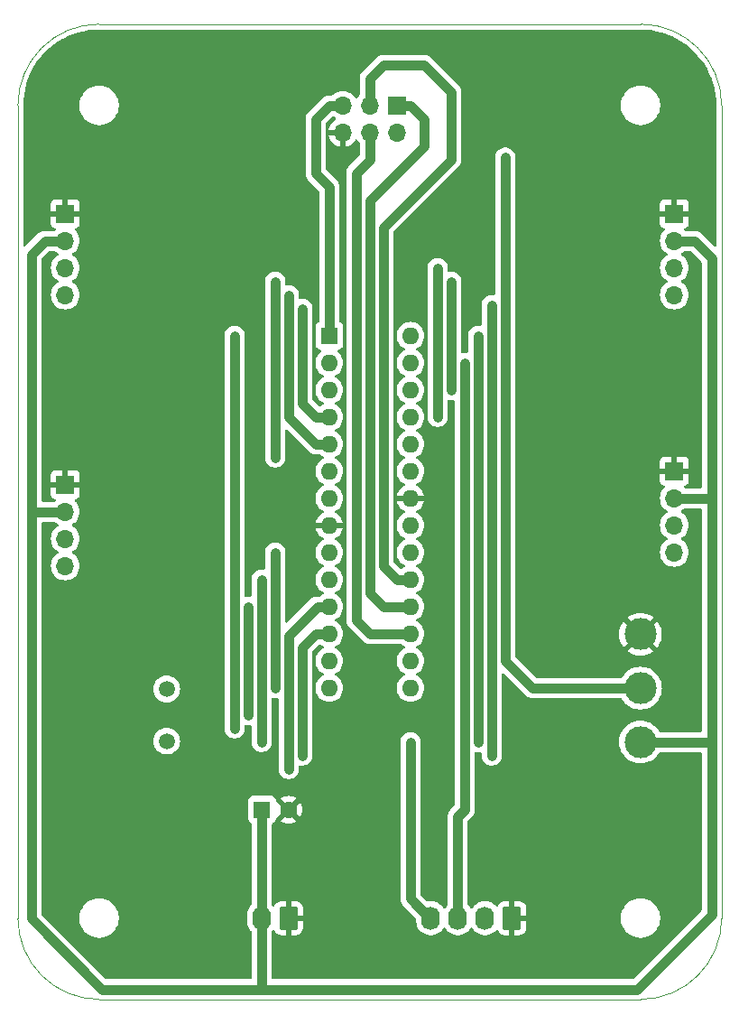
<source format=gbr>
%TF.GenerationSoftware,KiCad,Pcbnew,8.0.2*%
%TF.CreationDate,2024-05-09T13:50:33-05:00*%
%TF.ProjectId,multifan-i2c-controller,6d756c74-6966-4616-9e2d-6932632d636f,A*%
%TF.SameCoordinates,Original*%
%TF.FileFunction,Copper,L2,Bot*%
%TF.FilePolarity,Positive*%
%FSLAX46Y46*%
G04 Gerber Fmt 4.6, Leading zero omitted, Abs format (unit mm)*
G04 Created by KiCad (PCBNEW 8.0.2) date 2024-05-09 13:50:33*
%MOMM*%
%LPD*%
G01*
G04 APERTURE LIST*
G04 Aperture macros list*
%AMRoundRect*
0 Rectangle with rounded corners*
0 $1 Rounding radius*
0 $2 $3 $4 $5 $6 $7 $8 $9 X,Y pos of 4 corners*
0 Add a 4 corners polygon primitive as box body*
4,1,4,$2,$3,$4,$5,$6,$7,$8,$9,$2,$3,0*
0 Add four circle primitives for the rounded corners*
1,1,$1+$1,$2,$3*
1,1,$1+$1,$4,$5*
1,1,$1+$1,$6,$7*
1,1,$1+$1,$8,$9*
0 Add four rect primitives between the rounded corners*
20,1,$1+$1,$2,$3,$4,$5,0*
20,1,$1+$1,$4,$5,$6,$7,0*
20,1,$1+$1,$6,$7,$8,$9,0*
20,1,$1+$1,$8,$9,$2,$3,0*%
G04 Aperture macros list end*
%TA.AperFunction,ComponentPad*%
%ADD10R,1.700000X1.700000*%
%TD*%
%TA.AperFunction,ComponentPad*%
%ADD11O,1.700000X1.700000*%
%TD*%
%TA.AperFunction,ComponentPad*%
%ADD12C,3.000000*%
%TD*%
%TA.AperFunction,ComponentPad*%
%ADD13C,1.500000*%
%TD*%
%TA.AperFunction,ComponentPad*%
%ADD14O,1.600000X1.600000*%
%TD*%
%TA.AperFunction,ComponentPad*%
%ADD15R,1.600000X1.600000*%
%TD*%
%TA.AperFunction,ComponentPad*%
%ADD16RoundRect,0.250000X0.620000X0.845000X-0.620000X0.845000X-0.620000X-0.845000X0.620000X-0.845000X0*%
%TD*%
%TA.AperFunction,ComponentPad*%
%ADD17O,1.740000X2.190000*%
%TD*%
%TA.AperFunction,ComponentPad*%
%ADD18C,1.600000*%
%TD*%
%TA.AperFunction,ViaPad*%
%ADD19C,0.600000*%
%TD*%
%TA.AperFunction,Conductor*%
%ADD20C,0.889000*%
%TD*%
%TA.AperFunction,Profile*%
%ADD21C,0.050000*%
%TD*%
G04 APERTURE END LIST*
D10*
%TO.P,M1,1,-*%
%TO.N,GND*%
X73025000Y-60960000D03*
D11*
%TO.P,M1,2,+*%
%TO.N,+12V*%
X73025000Y-63500000D03*
%TO.P,M1,3,Tacho*%
%TO.N,Net-(M1-Tacho)*%
X73025000Y-66040000D03*
%TO.P,M1,4,PWM*%
%TO.N,Net-(M1-PWM)*%
X73025000Y-68580000D03*
%TD*%
D10*
%TO.P,M4,1,-*%
%TO.N,GND*%
X130175000Y-60960000D03*
D11*
%TO.P,M4,2,+*%
%TO.N,+12V*%
X130175000Y-63500000D03*
%TO.P,M4,3,Tacho*%
%TO.N,Net-(M4-Tacho)*%
X130175000Y-66040000D03*
%TO.P,M4,4,PWM*%
%TO.N,Net-(M4-PWM)*%
X130175000Y-68580000D03*
%TD*%
D12*
%TO.P,TP3,1,1*%
%TO.N,+12V*%
X127000000Y-110490000D03*
%TD*%
D10*
%TO.P,M3,1,-*%
%TO.N,GND*%
X130175000Y-85090000D03*
D11*
%TO.P,M3,2,+*%
%TO.N,+12V*%
X130175000Y-87630000D03*
%TO.P,M3,3,Tacho*%
%TO.N,Net-(M3-Tacho)*%
X130175000Y-90170000D03*
%TO.P,M3,4,PWM*%
%TO.N,Net-(M3-PWM)*%
X130175000Y-92710000D03*
%TD*%
D13*
%TO.P,Y1,1,1*%
%TO.N,Net-(U1-XTAL2{slash}PB7)*%
X82550000Y-110400000D03*
%TO.P,Y1,2,2*%
%TO.N,Net-(U1-XTAL1{slash}PB6)*%
X82550000Y-105520000D03*
%TD*%
D10*
%TO.P,J4,1,MISO*%
%TO.N,MISO*%
X104140000Y-50800000D03*
D11*
%TO.P,J4,2,VCC*%
%TO.N,VCC*%
X104140000Y-53340000D03*
%TO.P,J4,3,SCK*%
%TO.N,SCK*%
X101600000Y-50800000D03*
%TO.P,J4,4,MOSI*%
%TO.N,MOSI*%
X101600000Y-53340000D03*
%TO.P,J4,5,~{RST}*%
%TO.N,RESET*%
X99060000Y-50800000D03*
%TO.P,J4,6,GND*%
%TO.N,GND*%
X99060000Y-53340000D03*
%TD*%
D12*
%TO.P,TP1,1,1*%
%TO.N,GND*%
X127000000Y-100390000D03*
%TD*%
D14*
%TO.P,U1,28,PC5*%
%TO.N,SCL*%
X105420000Y-72400000D03*
%TO.P,U1,27,PC4*%
%TO.N,SDA*%
X105420000Y-74940000D03*
%TO.P,U1,26,PC3*%
%TO.N,/fan1/TACHO*%
X105420000Y-77480000D03*
%TO.P,U1,25,PC2*%
%TO.N,/fan/TACHO*%
X105420000Y-80020000D03*
%TO.P,U1,24,PC1*%
%TO.N,unconnected-(U1-PC1-Pad24)*%
X105420000Y-82560000D03*
%TO.P,U1,23,PC0*%
%TO.N,unconnected-(U1-PC0-Pad23)*%
X105420000Y-85100000D03*
%TO.P,U1,22,GND*%
%TO.N,GND*%
X105420000Y-87640000D03*
%TO.P,U1,21,AREF*%
%TO.N,unconnected-(U1-AREF-Pad21)*%
X105420000Y-90180000D03*
%TO.P,U1,20,AVCC*%
%TO.N,VCC*%
X105420000Y-92720000D03*
%TO.P,U1,19,PB5*%
%TO.N,SCK*%
X105420000Y-95260000D03*
%TO.P,U1,18,PB4*%
%TO.N,MISO*%
X105420000Y-97800000D03*
%TO.P,U1,17,PB3*%
%TO.N,MOSI*%
X105420000Y-100340000D03*
%TO.P,U1,16,PB2*%
%TO.N,/fan1/PWM*%
X105420000Y-102880000D03*
%TO.P,U1,15,PB1*%
%TO.N,/fan/PWM*%
X105420000Y-105420000D03*
%TO.P,U1,14,PB0*%
%TO.N,unconnected-(U1-PB0-Pad14)*%
X97800000Y-105420000D03*
%TO.P,U1,13,PD7*%
%TO.N,unconnected-(U1-PD7-Pad13)*%
X97800000Y-102880000D03*
%TO.P,U1,12,PD6*%
%TO.N,/fan3/PWM*%
X97800000Y-100340000D03*
%TO.P,U1,11,PD5*%
%TO.N,/fan2/PWM*%
X97800000Y-97800000D03*
%TO.P,U1,10,XTAL2/PB7*%
%TO.N,Net-(U1-XTAL2{slash}PB7)*%
X97800000Y-95260000D03*
%TO.P,U1,9,XTAL1/PB6*%
%TO.N,Net-(U1-XTAL1{slash}PB6)*%
X97800000Y-92720000D03*
%TO.P,U1,8,GND*%
%TO.N,GND*%
X97800000Y-90180000D03*
%TO.P,U1,7,VCC*%
%TO.N,VCC*%
X97800000Y-87640000D03*
%TO.P,U1,6,PD4*%
%TO.N,unconnected-(U1-PD4-Pad6)*%
X97800000Y-85100000D03*
%TO.P,U1,5,PD3*%
%TO.N,/fan3/TACHO*%
X97800000Y-82560000D03*
%TO.P,U1,4,PD2*%
%TO.N,/fan2/TACHO*%
X97800000Y-80020000D03*
%TO.P,U1,3,PD1*%
%TO.N,unconnected-(U1-PD1-Pad3)*%
X97800000Y-77480000D03*
%TO.P,U1,2,PD0*%
%TO.N,unconnected-(U1-PD0-Pad2)*%
X97800000Y-74940000D03*
D15*
%TO.P,U1,1,~{RESET}/PC6*%
%TO.N,RESET*%
X97800000Y-72400000D03*
%TD*%
D12*
%TO.P,TP2,1,1*%
%TO.N,VCC*%
X127000000Y-105440000D03*
%TD*%
D16*
%TO.P,J2,1,Pin_1*%
%TO.N,GND*%
X93980000Y-127000000D03*
D17*
%TO.P,J2,2,Pin_2*%
%TO.N,+12V*%
X91440000Y-127000000D03*
%TD*%
D15*
%TO.P,C4,1*%
%TO.N,+12V*%
X91480000Y-116840000D03*
D18*
%TO.P,C4,2*%
%TO.N,GND*%
X93980000Y-116840000D03*
%TD*%
D16*
%TO.P,J1,1,Pin_1*%
%TO.N,GND*%
X114935000Y-127000000D03*
D17*
%TO.P,J1,2,Pin_2*%
%TO.N,VCC*%
X112395000Y-127000000D03*
%TO.P,J1,3,Pin_3*%
%TO.N,SDA*%
X109855000Y-127000000D03*
%TO.P,J1,4,Pin_4*%
%TO.N,SCL*%
X107315000Y-127000000D03*
%TD*%
D10*
%TO.P,M2,1,-*%
%TO.N,GND*%
X73025000Y-86360000D03*
D11*
%TO.P,M2,2,+*%
%TO.N,+12V*%
X73025000Y-88900000D03*
%TO.P,M2,3,Tacho*%
%TO.N,Net-(M2-Tacho)*%
X73025000Y-91440000D03*
%TO.P,M2,4,PWM*%
%TO.N,Net-(M2-PWM)*%
X73025000Y-93980000D03*
%TD*%
D19*
%TO.N,VCC*%
X121920000Y-105410000D03*
%TO.N,SCL*%
X105410000Y-110490000D03*
%TO.N,/fan3/PWM*%
X113030000Y-69517500D03*
%TO.N,VCC*%
X114300000Y-55687500D03*
X114300000Y-81280000D03*
X114300000Y-92710000D03*
%TO.N,/fan/TACHO*%
X107950000Y-80010000D03*
X107950000Y-66040000D03*
%TO.N,/fan1/TACHO*%
X109220000Y-67310000D03*
X92710000Y-83820000D03*
X92710000Y-67310000D03*
X109220000Y-77470000D03*
%TO.N,SDA*%
X110490000Y-74930000D03*
%TO.N,SCL*%
X111760000Y-72390000D03*
%TO.N,/fan/PWM*%
X88900000Y-109220000D03*
X88900000Y-72390000D03*
%TO.N,/fan1/PWM*%
X90170000Y-97790000D03*
X90170000Y-107950000D03*
%TO.N,Net-(U1-XTAL2{slash}PB7)*%
X91440000Y-110490000D03*
X91440000Y-95250000D03*
%TO.N,Net-(U1-XTAL1{slash}PB6)*%
X92710000Y-105410000D03*
X92710000Y-92710000D03*
%TO.N,/fan3/PWM*%
X113030000Y-111760000D03*
X95250000Y-111760000D03*
%TO.N,/fan2/PWM*%
X93980000Y-113030000D03*
%TO.N,SCL*%
X111760000Y-110490000D03*
%TO.N,/fan3/TACHO*%
X93980000Y-68580000D03*
%TO.N,/fan2/TACHO*%
X95250000Y-69850000D03*
%TD*%
D20*
%TO.N,+12V*%
X130175000Y-63500000D02*
X132080000Y-63500000D01*
%TO.N,VCC*%
X114300000Y-102870000D02*
X116840000Y-105410000D01*
X116840000Y-105410000D02*
X121920000Y-105410000D01*
X114300000Y-92710000D02*
X114300000Y-102870000D01*
X121920000Y-105410000D02*
X126970000Y-105410000D01*
X126970000Y-105410000D02*
X127000000Y-105440000D01*
%TO.N,SCL*%
X105410000Y-125177799D02*
X107232201Y-127000000D01*
X105410000Y-110490000D02*
X105410000Y-125177799D01*
X107232201Y-127000000D02*
X107315000Y-127000000D01*
%TO.N,/fan3/PWM*%
X113030000Y-111760000D02*
X113030000Y-69517500D01*
%TO.N,VCC*%
X114300000Y-81280000D02*
X114300000Y-55687500D01*
X114300000Y-92710000D02*
X114300000Y-81280000D01*
%TO.N,/fan/TACHO*%
X107950000Y-66040000D02*
X107950000Y-80010000D01*
%TO.N,/fan1/TACHO*%
X92710000Y-67310000D02*
X92710000Y-83820000D01*
X109220000Y-77470000D02*
X109220000Y-67310000D01*
%TO.N,SDA*%
X110490000Y-74930000D02*
X110490000Y-116840000D01*
X110490000Y-116840000D02*
X109855000Y-117475000D01*
X109855000Y-117475000D02*
X109855000Y-127000000D01*
%TO.N,SCL*%
X111760000Y-72390000D02*
X111760000Y-110490000D01*
%TO.N,/fan/PWM*%
X88900000Y-109220000D02*
X88900000Y-72390000D01*
%TO.N,/fan1/PWM*%
X90170000Y-107950000D02*
X90170000Y-97790000D01*
%TO.N,Net-(U1-XTAL2{slash}PB7)*%
X91440000Y-95250000D02*
X91440000Y-110490000D01*
%TO.N,Net-(U1-XTAL1{slash}PB6)*%
X92710000Y-92710000D02*
X92710000Y-105410000D01*
%TO.N,/fan2/PWM*%
X97800000Y-97800000D02*
X96668630Y-97800000D01*
X96668630Y-97800000D02*
X93980000Y-100488630D01*
X93980000Y-100488630D02*
X93980000Y-113030000D01*
%TO.N,/fan3/PWM*%
X95250000Y-101600000D02*
X95250000Y-111760000D01*
X97800000Y-100340000D02*
X96510000Y-100340000D01*
X96510000Y-100340000D02*
X95250000Y-101600000D01*
%TO.N,+12V*%
X69850000Y-64770000D02*
X69850000Y-88900000D01*
X69850000Y-88900000D02*
X69850000Y-127065725D01*
X73025000Y-88900000D02*
X69850000Y-88900000D01*
X91440000Y-127000000D02*
X91440000Y-125730000D01*
X91440000Y-125730000D02*
X91480000Y-125690000D01*
X91480000Y-125690000D02*
X91480000Y-116840000D01*
X76459775Y-133675500D02*
X91440000Y-133675500D01*
X91440000Y-133675500D02*
X126674500Y-133675500D01*
X91440000Y-127000000D02*
X91440000Y-133675500D01*
X133675500Y-126674500D02*
X133675500Y-114300000D01*
X133675500Y-114300000D02*
X133675500Y-87630000D01*
X127000000Y-110490000D02*
X133675500Y-110490000D01*
X133675500Y-87630000D02*
X133675500Y-65095500D01*
X130175000Y-87630000D02*
X133675500Y-87630000D01*
X73025000Y-63500000D02*
X71120000Y-63500000D01*
X133675500Y-65095500D02*
X132080000Y-63500000D01*
X71120000Y-63500000D02*
X69850000Y-64770000D01*
X69850000Y-127065725D02*
X76459775Y-133675500D01*
X126674500Y-133675500D02*
X133675500Y-126674500D01*
%TO.N,/fan3/TACHO*%
X97800000Y-82560000D02*
X96530000Y-82560000D01*
X96530000Y-82560000D02*
X93980000Y-80010000D01*
X93980000Y-80010000D02*
X93980000Y-68580000D01*
%TO.N,/fan2/TACHO*%
X96530000Y-80020000D02*
X95250000Y-78740000D01*
X97800000Y-80020000D02*
X96530000Y-80020000D01*
X95250000Y-78740000D02*
X95250000Y-69850000D01*
%TO.N,RESET*%
X96520000Y-52070000D02*
X97790000Y-50800000D01*
X97800000Y-58430000D02*
X96520000Y-57150000D01*
X97800000Y-72400000D02*
X97800000Y-58430000D01*
X96520000Y-57150000D02*
X96520000Y-52070000D01*
X97790000Y-50800000D02*
X99060000Y-50800000D01*
%TO.N,SCK*%
X105420000Y-95260000D02*
X104150000Y-95260000D01*
X101600000Y-48260000D02*
X101600000Y-50800000D01*
X104150000Y-95260000D02*
X102870000Y-93980000D01*
X102870000Y-46990000D02*
X101600000Y-48260000D01*
X102870000Y-93980000D02*
X102870000Y-62230000D01*
X102870000Y-62230000D02*
X109220000Y-55880000D01*
X109220000Y-55880000D02*
X109220000Y-49530000D01*
X109220000Y-49530000D02*
X106680000Y-46990000D01*
X106680000Y-46990000D02*
X102870000Y-46990000D01*
%TO.N,MISO*%
X105420000Y-97800000D02*
X102880000Y-97800000D01*
X101600000Y-96520000D02*
X101600000Y-59690000D01*
X102880000Y-97800000D02*
X101600000Y-96520000D01*
X106680000Y-52070000D02*
X105410000Y-50800000D01*
X101600000Y-59690000D02*
X106680000Y-54610000D01*
X106680000Y-54610000D02*
X106680000Y-52070000D01*
X105410000Y-50800000D02*
X104140000Y-50800000D01*
%TO.N,MOSI*%
X105420000Y-100340000D02*
X101610000Y-100340000D01*
X101610000Y-100340000D02*
X100330000Y-99060000D01*
X100330000Y-99060000D02*
X100330000Y-57150000D01*
X100330000Y-57150000D02*
X101600000Y-55880000D01*
X101600000Y-55880000D02*
X101600000Y-53340000D01*
%TD*%
%TA.AperFunction,Conductor*%
%TO.N,GND*%
G36*
X127002211Y-43680578D02*
G01*
X127503484Y-43698482D01*
X127512277Y-43699110D01*
X128008832Y-43752495D01*
X128017548Y-43753748D01*
X128509028Y-43842421D01*
X128517636Y-43844294D01*
X129001513Y-43967797D01*
X129009993Y-43970287D01*
X129483801Y-44127985D01*
X129492093Y-44131077D01*
X129953464Y-44322183D01*
X129961503Y-44325855D01*
X130408055Y-44549383D01*
X130415803Y-44553612D01*
X130845296Y-44808442D01*
X130852730Y-44813221D01*
X131262914Y-45098018D01*
X131270000Y-45103322D01*
X131470799Y-45265135D01*
X131658840Y-45416668D01*
X131665516Y-45422453D01*
X131848264Y-45592597D01*
X132031005Y-45762735D01*
X132037264Y-45768994D01*
X132377540Y-46134476D01*
X132383337Y-46141166D01*
X132696677Y-46529999D01*
X132701981Y-46537085D01*
X132986778Y-46947269D01*
X132991564Y-46954715D01*
X133246377Y-47384179D01*
X133250619Y-47391949D01*
X133474141Y-47838490D01*
X133477818Y-47846541D01*
X133668921Y-48307904D01*
X133672014Y-48316198D01*
X133829710Y-48790000D01*
X133832204Y-48798493D01*
X133955700Y-49282343D01*
X133957582Y-49290992D01*
X134046247Y-49782428D01*
X134047507Y-49791190D01*
X134100887Y-50287704D01*
X134101518Y-50296533D01*
X134119421Y-50797788D01*
X134119500Y-50802214D01*
X134119500Y-63903705D01*
X134099815Y-63970744D01*
X134047011Y-64016499D01*
X133977853Y-64026443D01*
X133914297Y-63997418D01*
X133907819Y-63991386D01*
X132682406Y-62765973D01*
X132682398Y-62765967D01*
X132527626Y-62662552D01*
X132527627Y-62662552D01*
X132355646Y-62591316D01*
X132355638Y-62591314D01*
X132173077Y-62555000D01*
X132173074Y-62555000D01*
X131191258Y-62555000D01*
X131124219Y-62535315D01*
X131103577Y-62518681D01*
X131091181Y-62506285D01*
X131057696Y-62444962D01*
X131062680Y-62375270D01*
X131104552Y-62319337D01*
X131135529Y-62302422D01*
X131267086Y-62253354D01*
X131267093Y-62253350D01*
X131382187Y-62167190D01*
X131382190Y-62167187D01*
X131468350Y-62052093D01*
X131468354Y-62052086D01*
X131518596Y-61917379D01*
X131518598Y-61917372D01*
X131524999Y-61857844D01*
X131525000Y-61857827D01*
X131525000Y-61210000D01*
X130608012Y-61210000D01*
X130640925Y-61152993D01*
X130675000Y-61025826D01*
X130675000Y-60894174D01*
X130640925Y-60767007D01*
X130608012Y-60710000D01*
X131525000Y-60710000D01*
X131525000Y-60062172D01*
X131524999Y-60062155D01*
X131518598Y-60002627D01*
X131518596Y-60002620D01*
X131468354Y-59867913D01*
X131468350Y-59867906D01*
X131382190Y-59752812D01*
X131382187Y-59752809D01*
X131267093Y-59666649D01*
X131267086Y-59666645D01*
X131132379Y-59616403D01*
X131132372Y-59616401D01*
X131072844Y-59610000D01*
X130425000Y-59610000D01*
X130425000Y-60526988D01*
X130367993Y-60494075D01*
X130240826Y-60460000D01*
X130109174Y-60460000D01*
X129982007Y-60494075D01*
X129925000Y-60526988D01*
X129925000Y-59610000D01*
X129277155Y-59610000D01*
X129217627Y-59616401D01*
X129217620Y-59616403D01*
X129082913Y-59666645D01*
X129082906Y-59666649D01*
X128967812Y-59752809D01*
X128967809Y-59752812D01*
X128881649Y-59867906D01*
X128881645Y-59867913D01*
X128831403Y-60002620D01*
X128831401Y-60002627D01*
X128825000Y-60062155D01*
X128825000Y-60710000D01*
X129741988Y-60710000D01*
X129709075Y-60767007D01*
X129675000Y-60894174D01*
X129675000Y-61025826D01*
X129709075Y-61152993D01*
X129741988Y-61210000D01*
X128825000Y-61210000D01*
X128825000Y-61857844D01*
X128831401Y-61917372D01*
X128831403Y-61917379D01*
X128881645Y-62052086D01*
X128881649Y-62052093D01*
X128967809Y-62167187D01*
X128967812Y-62167190D01*
X129082906Y-62253350D01*
X129082913Y-62253354D01*
X129214470Y-62302421D01*
X129270403Y-62344292D01*
X129294821Y-62409756D01*
X129279970Y-62478029D01*
X129258819Y-62506284D01*
X129136503Y-62628600D01*
X129000965Y-62822169D01*
X129000964Y-62822171D01*
X128901098Y-63036335D01*
X128901094Y-63036344D01*
X128839938Y-63264586D01*
X128839936Y-63264596D01*
X128819341Y-63499999D01*
X128819341Y-63500000D01*
X128839936Y-63735403D01*
X128839938Y-63735413D01*
X128901094Y-63963655D01*
X128901096Y-63963659D01*
X128901097Y-63963663D01*
X128925735Y-64016499D01*
X129000965Y-64177830D01*
X129000967Y-64177834D01*
X129136501Y-64371395D01*
X129136506Y-64371402D01*
X129303597Y-64538493D01*
X129303603Y-64538498D01*
X129489158Y-64668425D01*
X129532783Y-64723002D01*
X129539977Y-64792500D01*
X129508454Y-64854855D01*
X129489158Y-64871575D01*
X129303597Y-65001505D01*
X129136505Y-65168597D01*
X129000965Y-65362169D01*
X129000964Y-65362171D01*
X128901098Y-65576335D01*
X128901094Y-65576344D01*
X128839938Y-65804586D01*
X128839936Y-65804596D01*
X128819341Y-66039999D01*
X128819341Y-66040000D01*
X128839936Y-66275403D01*
X128839938Y-66275413D01*
X128901094Y-66503655D01*
X128901096Y-66503659D01*
X128901097Y-66503663D01*
X128934815Y-66575971D01*
X129000965Y-66717830D01*
X129000967Y-66717834D01*
X129136501Y-66911395D01*
X129136506Y-66911402D01*
X129303597Y-67078493D01*
X129303603Y-67078498D01*
X129489158Y-67208425D01*
X129532783Y-67263002D01*
X129539977Y-67332500D01*
X129508454Y-67394855D01*
X129489158Y-67411575D01*
X129303597Y-67541505D01*
X129136505Y-67708597D01*
X129000965Y-67902169D01*
X129000964Y-67902171D01*
X128901098Y-68116335D01*
X128901094Y-68116344D01*
X128839938Y-68344586D01*
X128839936Y-68344596D01*
X128819341Y-68579999D01*
X128819341Y-68580000D01*
X128839936Y-68815403D01*
X128839938Y-68815413D01*
X128901094Y-69043655D01*
X128901096Y-69043659D01*
X128901097Y-69043663D01*
X128934815Y-69115971D01*
X129000965Y-69257830D01*
X129000967Y-69257834D01*
X129102172Y-69402368D01*
X129136505Y-69451401D01*
X129303599Y-69618495D01*
X129400384Y-69686265D01*
X129497165Y-69754032D01*
X129497167Y-69754033D01*
X129497170Y-69754035D01*
X129711337Y-69853903D01*
X129939592Y-69915063D01*
X130127918Y-69931539D01*
X130174999Y-69935659D01*
X130175000Y-69935659D01*
X130175001Y-69935659D01*
X130214234Y-69932226D01*
X130410408Y-69915063D01*
X130638663Y-69853903D01*
X130852830Y-69754035D01*
X131046401Y-69618495D01*
X131213495Y-69451401D01*
X131349035Y-69257830D01*
X131448903Y-69043663D01*
X131510063Y-68815408D01*
X131530659Y-68580000D01*
X131510063Y-68344592D01*
X131453200Y-68132375D01*
X131448905Y-68116344D01*
X131448904Y-68116343D01*
X131448903Y-68116337D01*
X131349035Y-67902171D01*
X131237272Y-67742555D01*
X131213494Y-67708597D01*
X131046402Y-67541506D01*
X131046396Y-67541501D01*
X130860842Y-67411575D01*
X130817217Y-67356998D01*
X130810023Y-67287500D01*
X130841546Y-67225145D01*
X130860842Y-67208425D01*
X130883026Y-67192891D01*
X131046401Y-67078495D01*
X131213495Y-66911401D01*
X131349035Y-66717830D01*
X131448903Y-66503663D01*
X131510063Y-66275408D01*
X131530659Y-66040000D01*
X131510063Y-65804592D01*
X131453200Y-65592375D01*
X131448905Y-65576344D01*
X131448904Y-65576343D01*
X131448903Y-65576337D01*
X131349035Y-65362171D01*
X131237272Y-65202555D01*
X131213494Y-65168597D01*
X131046402Y-65001506D01*
X131046396Y-65001501D01*
X130860842Y-64871575D01*
X130817217Y-64816998D01*
X130810023Y-64747500D01*
X130841546Y-64685145D01*
X130860842Y-64668425D01*
X130883026Y-64652891D01*
X131046401Y-64538495D01*
X131103577Y-64481319D01*
X131164900Y-64447834D01*
X131191258Y-64445000D01*
X131637206Y-64445000D01*
X131704245Y-64464685D01*
X131724887Y-64481319D01*
X132694181Y-65450612D01*
X132727666Y-65511935D01*
X132730500Y-65538293D01*
X132730500Y-86561000D01*
X132710815Y-86628039D01*
X132658011Y-86673794D01*
X132606500Y-86685000D01*
X131191258Y-86685000D01*
X131124219Y-86665315D01*
X131103577Y-86648681D01*
X131091181Y-86636285D01*
X131057696Y-86574962D01*
X131062680Y-86505270D01*
X131104552Y-86449337D01*
X131135529Y-86432422D01*
X131267086Y-86383354D01*
X131267093Y-86383350D01*
X131382187Y-86297190D01*
X131382190Y-86297187D01*
X131468350Y-86182093D01*
X131468354Y-86182086D01*
X131518596Y-86047379D01*
X131518598Y-86047372D01*
X131524999Y-85987844D01*
X131525000Y-85987827D01*
X131525000Y-85340000D01*
X130608012Y-85340000D01*
X130640925Y-85282993D01*
X130675000Y-85155826D01*
X130675000Y-85024174D01*
X130640925Y-84897007D01*
X130608012Y-84840000D01*
X131525000Y-84840000D01*
X131525000Y-84192172D01*
X131524999Y-84192155D01*
X131518598Y-84132627D01*
X131518596Y-84132620D01*
X131468354Y-83997913D01*
X131468350Y-83997906D01*
X131382190Y-83882812D01*
X131382187Y-83882809D01*
X131267093Y-83796649D01*
X131267086Y-83796645D01*
X131132379Y-83746403D01*
X131132372Y-83746401D01*
X131072844Y-83740000D01*
X130425000Y-83740000D01*
X130425000Y-84656988D01*
X130367993Y-84624075D01*
X130240826Y-84590000D01*
X130109174Y-84590000D01*
X129982007Y-84624075D01*
X129925000Y-84656988D01*
X129925000Y-83740000D01*
X129277155Y-83740000D01*
X129217627Y-83746401D01*
X129217620Y-83746403D01*
X129082913Y-83796645D01*
X129082906Y-83796649D01*
X128967812Y-83882809D01*
X128967809Y-83882812D01*
X128881649Y-83997906D01*
X128881645Y-83997913D01*
X128831403Y-84132620D01*
X128831401Y-84132627D01*
X128825000Y-84192155D01*
X128825000Y-84840000D01*
X129741988Y-84840000D01*
X129709075Y-84897007D01*
X129675000Y-85024174D01*
X129675000Y-85155826D01*
X129709075Y-85282993D01*
X129741988Y-85340000D01*
X128825000Y-85340000D01*
X128825000Y-85987844D01*
X128831401Y-86047372D01*
X128831403Y-86047379D01*
X128881645Y-86182086D01*
X128881649Y-86182093D01*
X128967809Y-86297187D01*
X128967812Y-86297190D01*
X129082906Y-86383350D01*
X129082913Y-86383354D01*
X129214470Y-86432421D01*
X129270403Y-86474292D01*
X129294821Y-86539756D01*
X129279970Y-86608029D01*
X129258819Y-86636284D01*
X129136503Y-86758600D01*
X129000965Y-86952169D01*
X129000964Y-86952171D01*
X128901098Y-87166335D01*
X128901094Y-87166344D01*
X128839938Y-87394586D01*
X128839936Y-87394596D01*
X128819341Y-87629999D01*
X128819341Y-87630000D01*
X128839936Y-87865403D01*
X128839938Y-87865413D01*
X128901094Y-88093655D01*
X128901096Y-88093659D01*
X128901097Y-88093663D01*
X128993808Y-88292482D01*
X129000965Y-88307830D01*
X129000967Y-88307834D01*
X129136501Y-88501395D01*
X129136506Y-88501402D01*
X129303597Y-88668493D01*
X129303603Y-88668498D01*
X129489158Y-88798425D01*
X129532783Y-88853002D01*
X129539977Y-88922500D01*
X129508454Y-88984855D01*
X129489158Y-89001575D01*
X129303597Y-89131505D01*
X129136505Y-89298597D01*
X129000965Y-89492169D01*
X129000964Y-89492171D01*
X128901098Y-89706335D01*
X128901094Y-89706344D01*
X128839938Y-89934586D01*
X128839936Y-89934596D01*
X128819341Y-90169999D01*
X128819341Y-90170000D01*
X128839936Y-90405403D01*
X128839938Y-90405413D01*
X128901094Y-90633655D01*
X128901096Y-90633659D01*
X128901097Y-90633663D01*
X128993808Y-90832482D01*
X129000965Y-90847830D01*
X129000967Y-90847834D01*
X129136501Y-91041395D01*
X129136506Y-91041402D01*
X129303597Y-91208493D01*
X129303603Y-91208498D01*
X129489158Y-91338425D01*
X129532783Y-91393002D01*
X129539977Y-91462500D01*
X129508454Y-91524855D01*
X129489158Y-91541575D01*
X129303597Y-91671505D01*
X129136505Y-91838597D01*
X129000965Y-92032169D01*
X129000964Y-92032171D01*
X128901098Y-92246335D01*
X128901094Y-92246344D01*
X128839938Y-92474586D01*
X128839936Y-92474596D01*
X128819341Y-92709999D01*
X128819341Y-92710000D01*
X128839936Y-92945403D01*
X128839938Y-92945413D01*
X128901094Y-93173655D01*
X128901096Y-93173659D01*
X128901097Y-93173663D01*
X128993925Y-93372732D01*
X129000965Y-93387830D01*
X129000967Y-93387834D01*
X129105559Y-93537206D01*
X129136505Y-93581401D01*
X129303599Y-93748495D01*
X129400384Y-93816265D01*
X129497165Y-93884032D01*
X129497167Y-93884033D01*
X129497170Y-93884035D01*
X129711337Y-93983903D01*
X129711343Y-93983904D01*
X129711344Y-93983905D01*
X129737764Y-93990984D01*
X129939592Y-94045063D01*
X130127918Y-94061539D01*
X130174999Y-94065659D01*
X130175000Y-94065659D01*
X130175001Y-94065659D01*
X130214234Y-94062226D01*
X130410408Y-94045063D01*
X130638663Y-93983903D01*
X130852830Y-93884035D01*
X131046401Y-93748495D01*
X131213495Y-93581401D01*
X131349035Y-93387830D01*
X131448903Y-93173663D01*
X131510063Y-92945408D01*
X131530659Y-92710000D01*
X131528690Y-92687500D01*
X131511700Y-92493302D01*
X131510063Y-92474592D01*
X131453200Y-92262375D01*
X131448905Y-92246344D01*
X131448904Y-92246343D01*
X131448903Y-92246337D01*
X131349035Y-92032171D01*
X131259054Y-91903663D01*
X131213494Y-91838597D01*
X131046402Y-91671506D01*
X131046396Y-91671501D01*
X130860842Y-91541575D01*
X130817217Y-91486998D01*
X130810023Y-91417500D01*
X130841546Y-91355145D01*
X130860842Y-91338425D01*
X130901248Y-91310132D01*
X131046401Y-91208495D01*
X131213495Y-91041401D01*
X131349035Y-90847830D01*
X131448903Y-90633663D01*
X131510063Y-90405408D01*
X131530659Y-90170000D01*
X131528690Y-90147500D01*
X131511700Y-89953302D01*
X131510063Y-89934592D01*
X131448903Y-89706337D01*
X131349035Y-89492171D01*
X131259054Y-89363663D01*
X131213494Y-89298597D01*
X131046402Y-89131506D01*
X131046396Y-89131501D01*
X130860842Y-89001575D01*
X130817217Y-88946998D01*
X130810023Y-88877500D01*
X130841546Y-88815145D01*
X130860842Y-88798425D01*
X131002835Y-88699000D01*
X131046401Y-88668495D01*
X131103577Y-88611319D01*
X131164900Y-88577834D01*
X131191258Y-88575000D01*
X132606500Y-88575000D01*
X132673539Y-88594685D01*
X132719294Y-88647489D01*
X132730500Y-88699000D01*
X132730500Y-109421000D01*
X132710815Y-109488039D01*
X132658011Y-109533794D01*
X132606500Y-109545000D01*
X128836871Y-109545000D01*
X128769832Y-109525315D01*
X128728039Y-109480427D01*
X128687229Y-109405690D01*
X128687224Y-109405682D01*
X128515745Y-109176612D01*
X128515729Y-109176594D01*
X128313405Y-108974270D01*
X128313387Y-108974254D01*
X128084317Y-108802775D01*
X128084309Y-108802770D01*
X127833166Y-108665635D01*
X127833167Y-108665635D01*
X127725915Y-108625632D01*
X127565046Y-108565631D01*
X127565043Y-108565630D01*
X127565037Y-108565628D01*
X127285433Y-108504804D01*
X127000001Y-108484390D01*
X126999999Y-108484390D01*
X126714566Y-108504804D01*
X126434962Y-108565628D01*
X126166833Y-108665635D01*
X125915690Y-108802770D01*
X125915682Y-108802775D01*
X125686612Y-108974254D01*
X125686594Y-108974270D01*
X125484270Y-109176594D01*
X125484254Y-109176612D01*
X125312775Y-109405682D01*
X125312770Y-109405690D01*
X125175635Y-109656833D01*
X125075628Y-109924962D01*
X125014804Y-110204566D01*
X124994390Y-110489998D01*
X124994390Y-110490001D01*
X125014804Y-110775433D01*
X125075628Y-111055037D01*
X125075630Y-111055043D01*
X125075631Y-111055046D01*
X125138659Y-111224029D01*
X125175635Y-111323166D01*
X125312770Y-111574309D01*
X125312775Y-111574317D01*
X125484254Y-111803387D01*
X125484270Y-111803405D01*
X125686594Y-112005729D01*
X125686612Y-112005745D01*
X125915682Y-112177224D01*
X125915690Y-112177229D01*
X126166833Y-112314364D01*
X126166832Y-112314364D01*
X126166836Y-112314365D01*
X126166839Y-112314367D01*
X126434954Y-112414369D01*
X126434960Y-112414370D01*
X126434962Y-112414371D01*
X126714566Y-112475195D01*
X126714568Y-112475195D01*
X126714572Y-112475196D01*
X126968220Y-112493337D01*
X126999999Y-112495610D01*
X127000000Y-112495610D01*
X127000001Y-112495610D01*
X127028595Y-112493564D01*
X127285428Y-112475196D01*
X127565046Y-112414369D01*
X127833161Y-112314367D01*
X128084315Y-112177226D01*
X128313395Y-112005739D01*
X128515739Y-111803395D01*
X128687226Y-111574315D01*
X128705985Y-111539961D01*
X128728039Y-111499573D01*
X128777444Y-111450168D01*
X128836871Y-111435000D01*
X132606500Y-111435000D01*
X132673539Y-111454685D01*
X132719294Y-111507489D01*
X132730500Y-111559000D01*
X132730500Y-126231706D01*
X132710815Y-126298745D01*
X132694181Y-126319387D01*
X126319387Y-132694181D01*
X126258064Y-132727666D01*
X126231706Y-132730500D01*
X92509000Y-132730500D01*
X92441961Y-132710815D01*
X92396206Y-132658011D01*
X92385000Y-132606500D01*
X92385000Y-128269542D01*
X92404685Y-128202503D01*
X92421318Y-128181862D01*
X92439903Y-128163277D01*
X92475184Y-128127995D01*
X92536505Y-128094511D01*
X92606196Y-128099495D01*
X92662130Y-128141366D01*
X92675248Y-128163277D01*
X92675640Y-128164118D01*
X92767684Y-128313345D01*
X92891654Y-128437315D01*
X93040875Y-128529356D01*
X93040880Y-128529358D01*
X93207302Y-128584505D01*
X93207309Y-128584506D01*
X93310019Y-128594999D01*
X93729999Y-128594999D01*
X93730000Y-128594998D01*
X93730000Y-127542709D01*
X93750339Y-127554452D01*
X93901667Y-127595000D01*
X94058333Y-127595000D01*
X94209661Y-127554452D01*
X94230000Y-127542709D01*
X94230000Y-128594999D01*
X94649972Y-128594999D01*
X94649986Y-128594998D01*
X94752697Y-128584505D01*
X94919119Y-128529358D01*
X94919124Y-128529356D01*
X95068345Y-128437315D01*
X95192315Y-128313345D01*
X95284356Y-128164124D01*
X95284358Y-128164119D01*
X95339505Y-127997697D01*
X95339506Y-127997690D01*
X95349999Y-127894986D01*
X95350000Y-127894973D01*
X95350000Y-127250000D01*
X94522709Y-127250000D01*
X94534452Y-127229661D01*
X94575000Y-127078333D01*
X94575000Y-126921667D01*
X94534452Y-126770339D01*
X94522709Y-126750000D01*
X95349999Y-126750000D01*
X95349999Y-126105028D01*
X95349998Y-126105013D01*
X95339505Y-126002302D01*
X95284358Y-125835880D01*
X95284356Y-125835875D01*
X95192315Y-125686654D01*
X95068345Y-125562684D01*
X94919124Y-125470643D01*
X94919119Y-125470641D01*
X94752697Y-125415494D01*
X94752690Y-125415493D01*
X94649986Y-125405000D01*
X94230000Y-125405000D01*
X94230000Y-126457290D01*
X94209661Y-126445548D01*
X94058333Y-126405000D01*
X93901667Y-126405000D01*
X93750339Y-126445548D01*
X93730000Y-126457290D01*
X93730000Y-125405000D01*
X93310028Y-125405000D01*
X93310012Y-125405001D01*
X93207302Y-125415494D01*
X93040880Y-125470641D01*
X93040875Y-125470643D01*
X92891654Y-125562684D01*
X92767684Y-125686654D01*
X92675637Y-125835885D01*
X92675245Y-125836728D01*
X92674821Y-125837208D01*
X92671851Y-125842025D01*
X92671027Y-125841517D01*
X92629072Y-125889167D01*
X92561879Y-125908318D01*
X92494998Y-125888101D01*
X92475183Y-125872003D01*
X92461319Y-125858139D01*
X92427834Y-125796816D01*
X92425000Y-125770458D01*
X92425000Y-118206193D01*
X92444685Y-118139154D01*
X92497489Y-118093399D01*
X92505670Y-118090010D01*
X92522328Y-118083797D01*
X92522327Y-118083797D01*
X92522331Y-118083796D01*
X92637546Y-117997546D01*
X92723796Y-117882331D01*
X92774091Y-117747483D01*
X92780500Y-117687873D01*
X92780499Y-117687845D01*
X92780678Y-117684547D01*
X92782183Y-117684627D01*
X92800112Y-117623326D01*
X92852868Y-117577514D01*
X92896465Y-117569981D01*
X93580000Y-116886446D01*
X93580000Y-116892661D01*
X93607259Y-116994394D01*
X93659920Y-117085606D01*
X93734394Y-117160080D01*
X93825606Y-117212741D01*
X93927339Y-117240000D01*
X93933553Y-117240000D01*
X93254526Y-117919025D01*
X93327513Y-117970132D01*
X93327521Y-117970136D01*
X93533668Y-118066264D01*
X93533682Y-118066269D01*
X93753389Y-118125139D01*
X93753400Y-118125141D01*
X93979998Y-118144966D01*
X93980002Y-118144966D01*
X94206599Y-118125141D01*
X94206610Y-118125139D01*
X94426317Y-118066269D01*
X94426331Y-118066264D01*
X94632478Y-117970136D01*
X94705471Y-117919024D01*
X94026447Y-117240000D01*
X94032661Y-117240000D01*
X94134394Y-117212741D01*
X94225606Y-117160080D01*
X94300080Y-117085606D01*
X94352741Y-116994394D01*
X94380000Y-116892661D01*
X94380000Y-116886447D01*
X95059024Y-117565471D01*
X95110136Y-117492478D01*
X95206264Y-117286331D01*
X95206269Y-117286317D01*
X95265139Y-117066610D01*
X95265141Y-117066599D01*
X95284966Y-116840002D01*
X95284966Y-116839997D01*
X95265141Y-116613400D01*
X95265139Y-116613389D01*
X95206269Y-116393682D01*
X95206264Y-116393668D01*
X95110136Y-116187521D01*
X95110132Y-116187513D01*
X95059025Y-116114526D01*
X94380000Y-116793551D01*
X94380000Y-116787339D01*
X94352741Y-116685606D01*
X94300080Y-116594394D01*
X94225606Y-116519920D01*
X94134394Y-116467259D01*
X94032661Y-116440000D01*
X94026448Y-116440000D01*
X94705472Y-115760974D01*
X94632478Y-115709863D01*
X94426331Y-115613735D01*
X94426317Y-115613730D01*
X94206610Y-115554860D01*
X94206599Y-115554858D01*
X93980002Y-115535034D01*
X93979998Y-115535034D01*
X93753400Y-115554858D01*
X93753389Y-115554860D01*
X93533682Y-115613730D01*
X93533673Y-115613734D01*
X93327516Y-115709866D01*
X93327512Y-115709868D01*
X93254526Y-115760973D01*
X93254526Y-115760974D01*
X93933553Y-116440000D01*
X93927339Y-116440000D01*
X93825606Y-116467259D01*
X93734394Y-116519920D01*
X93659920Y-116594394D01*
X93607259Y-116685606D01*
X93580000Y-116787339D01*
X93580000Y-116793552D01*
X92895799Y-116109351D01*
X92846805Y-116099505D01*
X92796622Y-116050889D01*
X92781981Y-115995366D01*
X92780900Y-115995423D01*
X92780854Y-115995429D01*
X92780853Y-115995426D01*
X92780676Y-115995436D01*
X92780499Y-115992135D01*
X92780499Y-115992128D01*
X92774091Y-115932517D01*
X92723796Y-115797669D01*
X92723795Y-115797668D01*
X92723793Y-115797664D01*
X92637547Y-115682455D01*
X92637544Y-115682452D01*
X92522335Y-115596206D01*
X92522328Y-115596202D01*
X92387482Y-115545908D01*
X92387483Y-115545908D01*
X92327883Y-115539501D01*
X92327881Y-115539500D01*
X92327873Y-115539500D01*
X92327864Y-115539500D01*
X90632129Y-115539500D01*
X90632123Y-115539501D01*
X90572516Y-115545908D01*
X90437671Y-115596202D01*
X90437664Y-115596206D01*
X90322455Y-115682452D01*
X90322452Y-115682455D01*
X90236206Y-115797664D01*
X90236202Y-115797671D01*
X90185908Y-115932517D01*
X90179501Y-115992116D01*
X90179501Y-115992123D01*
X90179500Y-115992135D01*
X90179500Y-117687870D01*
X90179501Y-117687876D01*
X90185908Y-117747483D01*
X90236202Y-117882328D01*
X90236206Y-117882335D01*
X90322452Y-117997544D01*
X90322455Y-117997547D01*
X90437664Y-118083793D01*
X90437671Y-118083797D01*
X90454330Y-118090010D01*
X90510265Y-118131880D01*
X90534684Y-118197343D01*
X90535000Y-118206193D01*
X90535000Y-125423815D01*
X90531393Y-125448158D01*
X90532504Y-125448379D01*
X90495000Y-125636921D01*
X90495000Y-125730458D01*
X90475315Y-125797497D01*
X90458681Y-125818139D01*
X90394643Y-125882176D01*
X90394643Y-125882177D01*
X90394641Y-125882179D01*
X90389564Y-125889167D01*
X90267843Y-126056700D01*
X90169909Y-126248908D01*
X90103245Y-126454077D01*
X90069500Y-126667133D01*
X90069500Y-127332866D01*
X90103245Y-127545922D01*
X90103246Y-127545926D01*
X90169908Y-127751089D01*
X90267843Y-127943299D01*
X90394641Y-128117821D01*
X90394643Y-128117823D01*
X90458681Y-128181861D01*
X90492166Y-128243184D01*
X90495000Y-128269542D01*
X90495000Y-132606500D01*
X90475315Y-132673539D01*
X90422511Y-132719294D01*
X90371000Y-132730500D01*
X76902569Y-132730500D01*
X76835530Y-132710815D01*
X76814888Y-132694181D01*
X70999418Y-126878711D01*
X74349500Y-126878711D01*
X74349500Y-127121288D01*
X74381161Y-127361785D01*
X74443947Y-127596104D01*
X74508144Y-127751089D01*
X74536776Y-127820212D01*
X74658064Y-128030289D01*
X74658066Y-128030292D01*
X74658067Y-128030293D01*
X74805733Y-128222736D01*
X74805739Y-128222743D01*
X74977256Y-128394260D01*
X74977263Y-128394266D01*
X74981031Y-128397157D01*
X75169711Y-128541936D01*
X75379788Y-128663224D01*
X75603900Y-128756054D01*
X75838211Y-128818838D01*
X76018586Y-128842584D01*
X76078711Y-128850500D01*
X76078712Y-128850500D01*
X76321289Y-128850500D01*
X76369388Y-128844167D01*
X76561789Y-128818838D01*
X76796100Y-128756054D01*
X77020212Y-128663224D01*
X77230289Y-128541936D01*
X77422738Y-128394265D01*
X77594265Y-128222738D01*
X77741936Y-128030289D01*
X77863224Y-127820212D01*
X77956054Y-127596100D01*
X78018838Y-127361789D01*
X78050500Y-127121288D01*
X78050500Y-126878712D01*
X78018838Y-126638211D01*
X77956054Y-126403900D01*
X77863224Y-126179788D01*
X77741936Y-125969711D01*
X77643959Y-125842025D01*
X77594266Y-125777263D01*
X77594260Y-125777256D01*
X77422743Y-125605739D01*
X77422736Y-125605733D01*
X77230293Y-125458067D01*
X77230292Y-125458066D01*
X77230289Y-125458064D01*
X77020212Y-125336776D01*
X77020205Y-125336773D01*
X76796104Y-125243947D01*
X76561785Y-125181161D01*
X76321289Y-125149500D01*
X76321288Y-125149500D01*
X76078712Y-125149500D01*
X76078711Y-125149500D01*
X75838214Y-125181161D01*
X75603895Y-125243947D01*
X75379794Y-125336773D01*
X75379785Y-125336777D01*
X75204037Y-125438246D01*
X75177724Y-125453438D01*
X75169706Y-125458067D01*
X74977263Y-125605733D01*
X74977256Y-125605739D01*
X74805739Y-125777256D01*
X74805733Y-125777263D01*
X74658067Y-125969706D01*
X74536777Y-126179785D01*
X74536773Y-126179794D01*
X74443947Y-126403895D01*
X74381161Y-126638214D01*
X74349500Y-126878711D01*
X70999418Y-126878711D01*
X70831319Y-126710612D01*
X70797834Y-126649289D01*
X70795000Y-126622931D01*
X70795000Y-110400000D01*
X81294723Y-110400000D01*
X81310739Y-110583074D01*
X81313793Y-110617975D01*
X81313793Y-110617979D01*
X81370422Y-110829322D01*
X81370424Y-110829326D01*
X81370425Y-110829330D01*
X81416661Y-110928484D01*
X81462897Y-111027638D01*
X81462898Y-111027639D01*
X81588402Y-111206877D01*
X81743123Y-111361598D01*
X81922361Y-111487102D01*
X82120670Y-111579575D01*
X82332023Y-111636207D01*
X82514926Y-111652208D01*
X82549998Y-111655277D01*
X82550000Y-111655277D01*
X82550002Y-111655277D01*
X82578254Y-111652805D01*
X82767977Y-111636207D01*
X82979330Y-111579575D01*
X83177639Y-111487102D01*
X83356877Y-111361598D01*
X83511598Y-111206877D01*
X83637102Y-111027639D01*
X83729575Y-110829330D01*
X83786207Y-110617977D01*
X83805277Y-110400000D01*
X83786207Y-110182023D01*
X83729575Y-109970670D01*
X83637102Y-109772362D01*
X83637100Y-109772359D01*
X83637099Y-109772357D01*
X83511599Y-109593124D01*
X83443790Y-109525315D01*
X83356877Y-109438402D01*
X83177896Y-109313078D01*
X83177638Y-109312897D01*
X83078484Y-109266661D01*
X82979330Y-109220425D01*
X82979326Y-109220424D01*
X82979322Y-109220422D01*
X82767977Y-109163793D01*
X82550002Y-109144723D01*
X82549998Y-109144723D01*
X82404682Y-109157436D01*
X82332023Y-109163793D01*
X82332020Y-109163793D01*
X82120677Y-109220422D01*
X82120668Y-109220426D01*
X81922361Y-109312898D01*
X81922357Y-109312900D01*
X81743121Y-109438402D01*
X81588402Y-109593121D01*
X81462900Y-109772357D01*
X81462898Y-109772361D01*
X81370426Y-109970668D01*
X81370422Y-109970677D01*
X81313793Y-110182020D01*
X81313793Y-110182023D01*
X81294723Y-110400000D01*
X70795000Y-110400000D01*
X70795000Y-105519997D01*
X81294723Y-105519997D01*
X81294723Y-105520002D01*
X81313793Y-105737975D01*
X81313793Y-105737979D01*
X81370422Y-105949322D01*
X81370424Y-105949326D01*
X81370425Y-105949330D01*
X81396402Y-106005037D01*
X81462897Y-106147638D01*
X81462898Y-106147639D01*
X81588402Y-106326877D01*
X81743123Y-106481598D01*
X81922361Y-106607102D01*
X82120670Y-106699575D01*
X82332023Y-106756207D01*
X82514926Y-106772208D01*
X82549998Y-106775277D01*
X82550000Y-106775277D01*
X82550002Y-106775277D01*
X82578254Y-106772805D01*
X82767977Y-106756207D01*
X82979330Y-106699575D01*
X83177639Y-106607102D01*
X83356877Y-106481598D01*
X83511598Y-106326877D01*
X83637102Y-106147639D01*
X83729575Y-105949330D01*
X83786207Y-105737977D01*
X83805277Y-105520000D01*
X83786207Y-105302023D01*
X83729575Y-105090670D01*
X83637102Y-104892362D01*
X83637100Y-104892359D01*
X83637099Y-104892357D01*
X83511599Y-104713124D01*
X83511596Y-104713121D01*
X83356877Y-104558402D01*
X83201823Y-104449832D01*
X83177638Y-104432897D01*
X83078484Y-104386661D01*
X82979330Y-104340425D01*
X82979326Y-104340424D01*
X82979322Y-104340422D01*
X82767977Y-104283793D01*
X82550002Y-104264723D01*
X82549998Y-104264723D01*
X82404682Y-104277436D01*
X82332023Y-104283793D01*
X82332020Y-104283793D01*
X82120677Y-104340422D01*
X82120668Y-104340426D01*
X81922361Y-104432898D01*
X81922357Y-104432900D01*
X81743121Y-104558402D01*
X81588402Y-104713121D01*
X81462900Y-104892357D01*
X81462898Y-104892361D01*
X81370426Y-105090668D01*
X81370422Y-105090677D01*
X81313793Y-105302020D01*
X81313793Y-105302024D01*
X81294723Y-105519997D01*
X70795000Y-105519997D01*
X70795000Y-89969000D01*
X70814685Y-89901961D01*
X70867489Y-89856206D01*
X70919000Y-89845000D01*
X72008742Y-89845000D01*
X72075781Y-89864685D01*
X72096423Y-89881319D01*
X72153597Y-89938493D01*
X72153603Y-89938498D01*
X72339158Y-90068425D01*
X72382783Y-90123002D01*
X72389977Y-90192500D01*
X72358454Y-90254855D01*
X72339158Y-90271575D01*
X72153597Y-90401505D01*
X71986505Y-90568597D01*
X71850965Y-90762169D01*
X71850964Y-90762171D01*
X71751098Y-90976335D01*
X71751094Y-90976344D01*
X71689938Y-91204586D01*
X71689936Y-91204596D01*
X71669341Y-91439999D01*
X71669341Y-91440000D01*
X71689936Y-91675403D01*
X71689938Y-91675413D01*
X71751094Y-91903655D01*
X71751096Y-91903659D01*
X71751097Y-91903663D01*
X71827386Y-92067265D01*
X71850965Y-92117830D01*
X71850967Y-92117834D01*
X71986501Y-92311395D01*
X71986506Y-92311402D01*
X72153597Y-92478493D01*
X72153603Y-92478498D01*
X72339158Y-92608425D01*
X72382783Y-92663002D01*
X72389977Y-92732500D01*
X72358454Y-92794855D01*
X72339158Y-92811575D01*
X72153597Y-92941505D01*
X71986505Y-93108597D01*
X71850965Y-93302169D01*
X71850964Y-93302171D01*
X71751098Y-93516335D01*
X71751094Y-93516344D01*
X71689938Y-93744586D01*
X71689936Y-93744596D01*
X71669341Y-93979999D01*
X71669341Y-93980000D01*
X71689936Y-94215403D01*
X71689938Y-94215413D01*
X71751094Y-94443655D01*
X71751096Y-94443659D01*
X71751097Y-94443663D01*
X71784815Y-94515971D01*
X71850965Y-94657830D01*
X71850967Y-94657834D01*
X71952172Y-94802368D01*
X71986505Y-94851401D01*
X72153599Y-95018495D01*
X72250384Y-95086265D01*
X72347165Y-95154032D01*
X72347167Y-95154033D01*
X72347170Y-95154035D01*
X72561337Y-95253903D01*
X72561343Y-95253904D01*
X72561344Y-95253905D01*
X72584095Y-95260001D01*
X72789592Y-95315063D01*
X72977918Y-95331539D01*
X73024999Y-95335659D01*
X73025000Y-95335659D01*
X73025001Y-95335659D01*
X73064234Y-95332226D01*
X73260408Y-95315063D01*
X73488663Y-95253903D01*
X73702830Y-95154035D01*
X73896401Y-95018495D01*
X74063495Y-94851401D01*
X74199035Y-94657830D01*
X74298903Y-94443663D01*
X74360063Y-94215408D01*
X74380659Y-93980000D01*
X74360063Y-93744592D01*
X74298903Y-93516337D01*
X74199035Y-93302171D01*
X74109054Y-93173663D01*
X74063494Y-93108597D01*
X73896402Y-92941506D01*
X73896396Y-92941501D01*
X73710842Y-92811575D01*
X73667217Y-92756998D01*
X73660023Y-92687500D01*
X73691546Y-92625145D01*
X73710842Y-92608425D01*
X73733026Y-92592891D01*
X73896401Y-92478495D01*
X74063495Y-92311401D01*
X74199035Y-92117830D01*
X74298903Y-91903663D01*
X74360063Y-91675408D01*
X74380659Y-91440000D01*
X74378690Y-91417500D01*
X74371772Y-91338425D01*
X74360063Y-91204592D01*
X74298903Y-90976337D01*
X74199035Y-90762171D01*
X74109054Y-90633663D01*
X74063494Y-90568597D01*
X73896402Y-90401506D01*
X73896396Y-90401501D01*
X73710842Y-90271575D01*
X73667217Y-90216998D01*
X73660023Y-90147500D01*
X73691546Y-90085145D01*
X73710842Y-90068425D01*
X73852835Y-89969000D01*
X73896401Y-89938495D01*
X74063495Y-89771401D01*
X74199035Y-89577830D01*
X74298903Y-89363663D01*
X74360063Y-89135408D01*
X74380659Y-88900000D01*
X74378690Y-88877500D01*
X74371772Y-88798425D01*
X74360063Y-88664592D01*
X74298903Y-88436337D01*
X74199035Y-88222171D01*
X74104035Y-88086497D01*
X74063496Y-88028600D01*
X74047637Y-88012741D01*
X73941179Y-87906283D01*
X73907696Y-87844963D01*
X73912680Y-87775271D01*
X73954551Y-87719337D01*
X73985529Y-87702422D01*
X74117086Y-87653354D01*
X74117093Y-87653350D01*
X74232187Y-87567190D01*
X74232190Y-87567187D01*
X74318350Y-87452093D01*
X74318354Y-87452086D01*
X74368596Y-87317379D01*
X74368598Y-87317372D01*
X74374999Y-87257844D01*
X74375000Y-87257827D01*
X74375000Y-86610000D01*
X73458012Y-86610000D01*
X73490925Y-86552993D01*
X73525000Y-86425826D01*
X73525000Y-86294174D01*
X73490925Y-86167007D01*
X73458012Y-86110000D01*
X74375000Y-86110000D01*
X74375000Y-85462172D01*
X74374999Y-85462155D01*
X74368598Y-85402627D01*
X74368596Y-85402620D01*
X74318354Y-85267913D01*
X74318350Y-85267906D01*
X74232190Y-85152812D01*
X74232187Y-85152809D01*
X74117093Y-85066649D01*
X74117086Y-85066645D01*
X73982379Y-85016403D01*
X73982372Y-85016401D01*
X73922844Y-85010000D01*
X73275000Y-85010000D01*
X73275000Y-85926988D01*
X73217993Y-85894075D01*
X73090826Y-85860000D01*
X72959174Y-85860000D01*
X72832007Y-85894075D01*
X72775000Y-85926988D01*
X72775000Y-85010000D01*
X72127155Y-85010000D01*
X72067627Y-85016401D01*
X72067620Y-85016403D01*
X71932913Y-85066645D01*
X71932906Y-85066649D01*
X71817812Y-85152809D01*
X71817809Y-85152812D01*
X71731649Y-85267906D01*
X71731645Y-85267913D01*
X71681403Y-85402620D01*
X71681401Y-85402627D01*
X71675000Y-85462155D01*
X71675000Y-86110000D01*
X72591988Y-86110000D01*
X72559075Y-86167007D01*
X72525000Y-86294174D01*
X72525000Y-86425826D01*
X72559075Y-86552993D01*
X72591988Y-86610000D01*
X71675000Y-86610000D01*
X71675000Y-87257844D01*
X71681401Y-87317372D01*
X71681403Y-87317379D01*
X71731645Y-87452086D01*
X71731649Y-87452093D01*
X71817809Y-87567187D01*
X71817812Y-87567190D01*
X71932906Y-87653350D01*
X71932913Y-87653354D01*
X72064470Y-87702422D01*
X72120404Y-87744293D01*
X72144821Y-87809758D01*
X72129969Y-87878031D01*
X72108822Y-87906282D01*
X72096424Y-87918679D01*
X72035105Y-87952165D01*
X72008742Y-87955000D01*
X70919000Y-87955000D01*
X70851961Y-87935315D01*
X70806206Y-87882511D01*
X70795000Y-87831000D01*
X70795000Y-72296921D01*
X87955000Y-72296921D01*
X87955000Y-109313078D01*
X87991314Y-109495638D01*
X87991316Y-109495646D01*
X88062550Y-109667622D01*
X88062555Y-109667631D01*
X88165970Y-109822401D01*
X88165973Y-109822405D01*
X88297594Y-109954026D01*
X88297598Y-109954029D01*
X88452368Y-110057444D01*
X88452374Y-110057447D01*
X88452375Y-110057448D01*
X88624354Y-110128684D01*
X88806921Y-110164999D01*
X88806924Y-110165000D01*
X88806926Y-110165000D01*
X88993076Y-110165000D01*
X88993077Y-110164999D01*
X89175646Y-110128684D01*
X89347625Y-110057448D01*
X89502402Y-109954029D01*
X89634029Y-109822402D01*
X89737448Y-109667625D01*
X89808684Y-109495646D01*
X89845000Y-109313074D01*
X89845000Y-108999961D01*
X89864685Y-108932922D01*
X89917489Y-108887167D01*
X89986647Y-108877223D01*
X89993185Y-108878342D01*
X90013677Y-108882418D01*
X90076923Y-108895000D01*
X90076926Y-108895000D01*
X90263076Y-108895000D01*
X90319429Y-108883790D01*
X90346808Y-108878344D01*
X90416399Y-108884571D01*
X90471577Y-108927433D01*
X90494822Y-108993323D01*
X90495000Y-108999961D01*
X90495000Y-110583078D01*
X90531314Y-110765638D01*
X90531316Y-110765646D01*
X90602550Y-110937622D01*
X90602555Y-110937631D01*
X90705970Y-111092401D01*
X90705973Y-111092405D01*
X90837594Y-111224026D01*
X90837598Y-111224029D01*
X90992368Y-111327444D01*
X90992374Y-111327447D01*
X90992375Y-111327448D01*
X91164354Y-111398684D01*
X91307547Y-111427167D01*
X91346921Y-111434999D01*
X91346924Y-111435000D01*
X91346926Y-111435000D01*
X91533076Y-111435000D01*
X91533077Y-111434999D01*
X91715646Y-111398684D01*
X91887625Y-111327448D01*
X92042402Y-111224029D01*
X92174029Y-111092402D01*
X92277448Y-110937625D01*
X92348684Y-110765646D01*
X92385000Y-110583074D01*
X92385000Y-106459961D01*
X92404685Y-106392922D01*
X92457489Y-106347167D01*
X92526647Y-106337223D01*
X92533185Y-106338342D01*
X92553677Y-106342418D01*
X92616923Y-106355000D01*
X92616926Y-106355000D01*
X92803076Y-106355000D01*
X92859429Y-106343790D01*
X92886808Y-106338344D01*
X92956399Y-106344571D01*
X93011577Y-106387433D01*
X93034822Y-106453323D01*
X93035000Y-106459961D01*
X93035000Y-113123078D01*
X93071314Y-113305638D01*
X93071316Y-113305646D01*
X93142550Y-113477622D01*
X93142555Y-113477631D01*
X93245970Y-113632401D01*
X93245973Y-113632405D01*
X93377594Y-113764026D01*
X93377598Y-113764029D01*
X93532368Y-113867444D01*
X93532374Y-113867447D01*
X93532375Y-113867448D01*
X93704354Y-113938684D01*
X93886921Y-113974999D01*
X93886924Y-113975000D01*
X93886926Y-113975000D01*
X94073076Y-113975000D01*
X94073077Y-113974999D01*
X94255646Y-113938684D01*
X94427625Y-113867448D01*
X94582402Y-113764029D01*
X94714029Y-113632402D01*
X94817448Y-113477625D01*
X94888684Y-113305646D01*
X94925000Y-113123074D01*
X94925000Y-112809961D01*
X94944685Y-112742922D01*
X94997489Y-112697167D01*
X95066647Y-112687223D01*
X95073185Y-112688342D01*
X95093677Y-112692418D01*
X95156923Y-112705000D01*
X95156926Y-112705000D01*
X95343076Y-112705000D01*
X95343077Y-112704999D01*
X95525646Y-112668684D01*
X95697625Y-112597448D01*
X95852402Y-112494029D01*
X95984029Y-112362402D01*
X96087448Y-112207625D01*
X96158684Y-112035646D01*
X96195000Y-111853074D01*
X96195000Y-110396921D01*
X104465000Y-110396921D01*
X104465000Y-125270874D01*
X104491580Y-125404499D01*
X104491580Y-125404500D01*
X104501314Y-125453438D01*
X104501316Y-125453445D01*
X104572552Y-125625426D01*
X104675967Y-125780197D01*
X104675973Y-125780205D01*
X105908181Y-127012412D01*
X105941666Y-127073735D01*
X105944500Y-127100093D01*
X105944500Y-127332866D01*
X105978245Y-127545922D01*
X105978246Y-127545926D01*
X106044908Y-127751089D01*
X106142843Y-127943299D01*
X106269641Y-128117821D01*
X106422179Y-128270359D01*
X106596701Y-128397157D01*
X106788911Y-128495092D01*
X106994074Y-128561754D01*
X107073973Y-128574408D01*
X107207134Y-128595500D01*
X107207139Y-128595500D01*
X107422866Y-128595500D01*
X107541230Y-128576752D01*
X107635926Y-128561754D01*
X107841089Y-128495092D01*
X108033299Y-128397157D01*
X108207821Y-128270359D01*
X108360359Y-128117821D01*
X108484682Y-127946704D01*
X108540012Y-127904040D01*
X108609626Y-127898061D01*
X108671420Y-127930667D01*
X108685315Y-127946702D01*
X108809641Y-128117821D01*
X108962179Y-128270359D01*
X109136701Y-128397157D01*
X109328911Y-128495092D01*
X109534074Y-128561754D01*
X109613973Y-128574408D01*
X109747134Y-128595500D01*
X109747139Y-128595500D01*
X109962866Y-128595500D01*
X110081230Y-128576752D01*
X110175926Y-128561754D01*
X110381089Y-128495092D01*
X110573299Y-128397157D01*
X110747821Y-128270359D01*
X110900359Y-128117821D01*
X111024682Y-127946704D01*
X111080012Y-127904040D01*
X111149626Y-127898061D01*
X111211420Y-127930667D01*
X111225315Y-127946702D01*
X111349641Y-128117821D01*
X111502179Y-128270359D01*
X111676701Y-128397157D01*
X111868911Y-128495092D01*
X112074074Y-128561754D01*
X112153973Y-128574408D01*
X112287134Y-128595500D01*
X112287139Y-128595500D01*
X112502866Y-128595500D01*
X112621230Y-128576752D01*
X112715926Y-128561754D01*
X112921089Y-128495092D01*
X113113299Y-128397157D01*
X113287821Y-128270359D01*
X113430186Y-128127993D01*
X113491505Y-128094511D01*
X113561197Y-128099495D01*
X113617131Y-128141366D01*
X113630248Y-128163277D01*
X113630640Y-128164118D01*
X113722684Y-128313345D01*
X113846654Y-128437315D01*
X113995875Y-128529356D01*
X113995880Y-128529358D01*
X114162302Y-128584505D01*
X114162309Y-128584506D01*
X114265019Y-128594999D01*
X114684999Y-128594999D01*
X114685000Y-128594998D01*
X114685000Y-127542709D01*
X114705339Y-127554452D01*
X114856667Y-127595000D01*
X115013333Y-127595000D01*
X115164661Y-127554452D01*
X115185000Y-127542709D01*
X115185000Y-128594999D01*
X115604972Y-128594999D01*
X115604986Y-128594998D01*
X115707697Y-128584505D01*
X115874119Y-128529358D01*
X115874124Y-128529356D01*
X116023345Y-128437315D01*
X116147315Y-128313345D01*
X116239356Y-128164124D01*
X116239358Y-128164119D01*
X116294505Y-127997697D01*
X116294506Y-127997690D01*
X116304999Y-127894986D01*
X116305000Y-127894973D01*
X116305000Y-127250000D01*
X115477709Y-127250000D01*
X115489452Y-127229661D01*
X115530000Y-127078333D01*
X115530000Y-126921667D01*
X115518490Y-126878711D01*
X125149500Y-126878711D01*
X125149500Y-127121288D01*
X125181161Y-127361785D01*
X125243947Y-127596104D01*
X125308144Y-127751089D01*
X125336776Y-127820212D01*
X125458064Y-128030289D01*
X125458066Y-128030292D01*
X125458067Y-128030293D01*
X125605733Y-128222736D01*
X125605739Y-128222743D01*
X125777256Y-128394260D01*
X125777263Y-128394266D01*
X125781031Y-128397157D01*
X125969711Y-128541936D01*
X126179788Y-128663224D01*
X126403900Y-128756054D01*
X126638211Y-128818838D01*
X126818586Y-128842584D01*
X126878711Y-128850500D01*
X126878712Y-128850500D01*
X127121289Y-128850500D01*
X127169388Y-128844167D01*
X127361789Y-128818838D01*
X127596100Y-128756054D01*
X127820212Y-128663224D01*
X128030289Y-128541936D01*
X128222738Y-128394265D01*
X128394265Y-128222738D01*
X128541936Y-128030289D01*
X128663224Y-127820212D01*
X128756054Y-127596100D01*
X128818838Y-127361789D01*
X128850500Y-127121288D01*
X128850500Y-126878712D01*
X128818838Y-126638211D01*
X128756054Y-126403900D01*
X128663224Y-126179788D01*
X128541936Y-125969711D01*
X128443959Y-125842025D01*
X128394266Y-125777263D01*
X128394260Y-125777256D01*
X128222743Y-125605739D01*
X128222736Y-125605733D01*
X128030293Y-125458067D01*
X128030292Y-125458066D01*
X128030289Y-125458064D01*
X127820212Y-125336776D01*
X127820205Y-125336773D01*
X127596104Y-125243947D01*
X127361785Y-125181161D01*
X127121289Y-125149500D01*
X127121288Y-125149500D01*
X126878712Y-125149500D01*
X126878711Y-125149500D01*
X126638214Y-125181161D01*
X126403895Y-125243947D01*
X126179794Y-125336773D01*
X126179785Y-125336777D01*
X126004037Y-125438246D01*
X125977724Y-125453438D01*
X125969706Y-125458067D01*
X125777263Y-125605733D01*
X125777256Y-125605739D01*
X125605739Y-125777256D01*
X125605733Y-125777263D01*
X125458067Y-125969706D01*
X125336777Y-126179785D01*
X125336773Y-126179794D01*
X125243947Y-126403895D01*
X125181161Y-126638214D01*
X125149500Y-126878711D01*
X115518490Y-126878711D01*
X115489452Y-126770339D01*
X115477709Y-126750000D01*
X116304999Y-126750000D01*
X116304999Y-126105028D01*
X116304998Y-126105013D01*
X116294505Y-126002302D01*
X116239358Y-125835880D01*
X116239356Y-125835875D01*
X116147315Y-125686654D01*
X116023345Y-125562684D01*
X115874124Y-125470643D01*
X115874119Y-125470641D01*
X115707697Y-125415494D01*
X115707690Y-125415493D01*
X115604986Y-125405000D01*
X115185000Y-125405000D01*
X115185000Y-126457290D01*
X115164661Y-126445548D01*
X115013333Y-126405000D01*
X114856667Y-126405000D01*
X114705339Y-126445548D01*
X114685000Y-126457290D01*
X114685000Y-125405000D01*
X114265028Y-125405000D01*
X114265012Y-125405001D01*
X114162302Y-125415494D01*
X113995880Y-125470641D01*
X113995875Y-125470643D01*
X113846654Y-125562684D01*
X113722684Y-125686654D01*
X113630637Y-125835885D01*
X113630245Y-125836728D01*
X113629821Y-125837208D01*
X113626851Y-125842025D01*
X113626027Y-125841517D01*
X113584072Y-125889167D01*
X113516879Y-125908318D01*
X113449998Y-125888101D01*
X113430183Y-125872003D01*
X113287823Y-125729643D01*
X113287821Y-125729641D01*
X113113299Y-125602843D01*
X112921089Y-125504908D01*
X112715926Y-125438246D01*
X112715924Y-125438245D01*
X112715922Y-125438245D01*
X112502866Y-125404500D01*
X112502861Y-125404500D01*
X112287139Y-125404500D01*
X112287134Y-125404500D01*
X112074077Y-125438245D01*
X111868908Y-125504909D01*
X111676700Y-125602843D01*
X111577129Y-125675186D01*
X111502179Y-125729641D01*
X111502177Y-125729643D01*
X111502176Y-125729643D01*
X111349643Y-125882176D01*
X111349643Y-125882177D01*
X111349641Y-125882179D01*
X111344564Y-125889167D01*
X111225318Y-126053294D01*
X111169988Y-126095959D01*
X111100374Y-126101938D01*
X111038579Y-126069332D01*
X111024682Y-126053294D01*
X111002435Y-126022674D01*
X110900359Y-125882179D01*
X110836319Y-125818139D01*
X110802834Y-125756816D01*
X110800000Y-125730458D01*
X110800000Y-117917793D01*
X110819685Y-117850754D01*
X110836319Y-117830112D01*
X111224026Y-117442405D01*
X111224029Y-117442402D01*
X111327448Y-117287625D01*
X111398684Y-117115646D01*
X111435000Y-116933074D01*
X111435000Y-116746925D01*
X111435000Y-111539961D01*
X111454685Y-111472922D01*
X111507489Y-111427167D01*
X111576647Y-111417223D01*
X111583185Y-111418342D01*
X111603677Y-111422418D01*
X111666923Y-111435000D01*
X111666926Y-111435000D01*
X111853076Y-111435000D01*
X111909429Y-111423790D01*
X111936808Y-111418344D01*
X112006399Y-111424571D01*
X112061577Y-111467433D01*
X112084822Y-111533323D01*
X112085000Y-111539961D01*
X112085000Y-111853078D01*
X112121314Y-112035638D01*
X112121316Y-112035646D01*
X112192550Y-112207622D01*
X112192555Y-112207631D01*
X112295970Y-112362401D01*
X112295973Y-112362405D01*
X112427594Y-112494026D01*
X112427598Y-112494029D01*
X112582368Y-112597444D01*
X112582374Y-112597447D01*
X112582375Y-112597448D01*
X112754354Y-112668684D01*
X112897547Y-112697167D01*
X112936921Y-112704999D01*
X112936924Y-112705000D01*
X112936926Y-112705000D01*
X113123076Y-112705000D01*
X113123077Y-112704999D01*
X113305646Y-112668684D01*
X113477625Y-112597448D01*
X113632402Y-112494029D01*
X113764029Y-112362402D01*
X113867448Y-112207625D01*
X113938684Y-112035646D01*
X113975000Y-111853074D01*
X113975000Y-104180794D01*
X113994685Y-104113755D01*
X114047489Y-104068000D01*
X114116647Y-104058056D01*
X114180203Y-104087081D01*
X114186681Y-104093113D01*
X116237591Y-106144024D01*
X116237594Y-106144027D01*
X116314433Y-106195369D01*
X116392368Y-106247444D01*
X116392381Y-106247451D01*
X116454451Y-106273161D01*
X116454452Y-106273161D01*
X116564353Y-106318684D01*
X116583575Y-106322507D01*
X116600622Y-106325898D01*
X116600637Y-106325900D01*
X116600669Y-106325907D01*
X116707548Y-106347167D01*
X116746925Y-106355000D01*
X116746926Y-106355000D01*
X121826926Y-106355000D01*
X125146748Y-106355000D01*
X125213787Y-106374685D01*
X125255580Y-106419573D01*
X125312770Y-106524309D01*
X125312775Y-106524317D01*
X125484254Y-106753387D01*
X125484270Y-106753405D01*
X125686594Y-106955729D01*
X125686612Y-106955745D01*
X125915682Y-107127224D01*
X125915690Y-107127229D01*
X126166833Y-107264364D01*
X126166832Y-107264364D01*
X126166836Y-107264365D01*
X126166839Y-107264367D01*
X126434954Y-107364369D01*
X126434960Y-107364370D01*
X126434962Y-107364371D01*
X126714566Y-107425195D01*
X126714568Y-107425195D01*
X126714572Y-107425196D01*
X126968220Y-107443337D01*
X126999999Y-107445610D01*
X127000000Y-107445610D01*
X127000001Y-107445610D01*
X127028595Y-107443564D01*
X127285428Y-107425196D01*
X127565046Y-107364369D01*
X127833161Y-107264367D01*
X128084315Y-107127226D01*
X128313395Y-106955739D01*
X128515739Y-106753395D01*
X128687226Y-106524315D01*
X128824367Y-106273161D01*
X128924369Y-106005046D01*
X128985196Y-105725428D01*
X129005610Y-105440000D01*
X129004179Y-105419998D01*
X128995742Y-105302023D01*
X128985196Y-105154572D01*
X128924369Y-104874954D01*
X128824367Y-104606839D01*
X128810180Y-104580858D01*
X128687229Y-104355690D01*
X128687224Y-104355682D01*
X128515745Y-104126612D01*
X128515729Y-104126594D01*
X128313405Y-103924270D01*
X128313387Y-103924254D01*
X128084317Y-103752775D01*
X128084309Y-103752770D01*
X127833166Y-103615635D01*
X127833167Y-103615635D01*
X127725915Y-103575632D01*
X127565046Y-103515631D01*
X127565043Y-103515630D01*
X127565037Y-103515628D01*
X127285433Y-103454804D01*
X127000001Y-103434390D01*
X126999999Y-103434390D01*
X126714566Y-103454804D01*
X126434962Y-103515628D01*
X126166833Y-103615635D01*
X125915690Y-103752770D01*
X125915682Y-103752775D01*
X125686612Y-103924254D01*
X125686594Y-103924270D01*
X125484270Y-104126594D01*
X125484254Y-104126612D01*
X125312775Y-104355682D01*
X125312773Y-104355685D01*
X125297845Y-104383024D01*
X125288342Y-104400427D01*
X125238939Y-104449832D01*
X125179511Y-104465000D01*
X117282794Y-104465000D01*
X117215755Y-104445315D01*
X117195113Y-104428681D01*
X115281319Y-102514887D01*
X115247834Y-102453564D01*
X115245000Y-102427206D01*
X115245000Y-100389998D01*
X124994891Y-100389998D01*
X124994891Y-100390001D01*
X125015300Y-100675362D01*
X125076109Y-100954895D01*
X125176091Y-101222958D01*
X125313191Y-101474038D01*
X125313196Y-101474046D01*
X125419882Y-101616561D01*
X125419883Y-101616562D01*
X126284152Y-100752292D01*
X126291049Y-100768942D01*
X126378599Y-100899970D01*
X126490030Y-101011401D01*
X126621058Y-101098951D01*
X126637705Y-101105846D01*
X125773436Y-101970115D01*
X125915960Y-102076807D01*
X125915961Y-102076808D01*
X126167042Y-102213908D01*
X126167041Y-102213908D01*
X126435104Y-102313890D01*
X126714637Y-102374699D01*
X126999999Y-102395109D01*
X127000001Y-102395109D01*
X127285362Y-102374699D01*
X127564895Y-102313890D01*
X127832958Y-102213908D01*
X128084047Y-102076803D01*
X128226561Y-101970116D01*
X128226562Y-101970115D01*
X127362294Y-101105846D01*
X127378942Y-101098951D01*
X127509970Y-101011401D01*
X127621401Y-100899970D01*
X127708951Y-100768942D01*
X127715846Y-100752293D01*
X128580115Y-101616562D01*
X128580116Y-101616561D01*
X128686803Y-101474047D01*
X128823908Y-101222958D01*
X128923890Y-100954895D01*
X128984699Y-100675362D01*
X129005109Y-100390001D01*
X129005109Y-100389998D01*
X128984699Y-100104637D01*
X128923890Y-99825104D01*
X128823908Y-99557041D01*
X128686808Y-99305961D01*
X128686807Y-99305960D01*
X128580115Y-99163436D01*
X127715846Y-100027705D01*
X127708951Y-100011058D01*
X127621401Y-99880030D01*
X127509970Y-99768599D01*
X127378942Y-99681049D01*
X127362293Y-99674152D01*
X128226562Y-98809883D01*
X128226561Y-98809882D01*
X128084046Y-98703196D01*
X128084038Y-98703191D01*
X127832957Y-98566091D01*
X127832958Y-98566091D01*
X127564895Y-98466109D01*
X127285362Y-98405300D01*
X127000001Y-98384891D01*
X126999999Y-98384891D01*
X126714637Y-98405300D01*
X126435104Y-98466109D01*
X126167041Y-98566091D01*
X125915961Y-98703191D01*
X125915953Y-98703196D01*
X125773437Y-98809882D01*
X125773436Y-98809883D01*
X126637706Y-99674152D01*
X126621058Y-99681049D01*
X126490030Y-99768599D01*
X126378599Y-99880030D01*
X126291049Y-100011058D01*
X126284153Y-100027706D01*
X125419883Y-99163436D01*
X125419882Y-99163437D01*
X125313196Y-99305953D01*
X125313191Y-99305961D01*
X125176091Y-99557041D01*
X125076109Y-99825104D01*
X125015300Y-100104637D01*
X124994891Y-100389998D01*
X115245000Y-100389998D01*
X115245000Y-55594423D01*
X115244999Y-55594421D01*
X115231168Y-55524887D01*
X115208684Y-55411854D01*
X115137448Y-55239875D01*
X115137447Y-55239874D01*
X115137444Y-55239868D01*
X115034029Y-55085098D01*
X115034026Y-55085094D01*
X114902405Y-54953473D01*
X114902401Y-54953470D01*
X114747627Y-54850053D01*
X114747622Y-54850050D01*
X114575646Y-54778816D01*
X114575638Y-54778814D01*
X114393077Y-54742500D01*
X114393074Y-54742500D01*
X114206926Y-54742500D01*
X114206923Y-54742500D01*
X114024361Y-54778814D01*
X114024353Y-54778816D01*
X113852377Y-54850050D01*
X113852373Y-54850053D01*
X113697598Y-54953470D01*
X113697594Y-54953473D01*
X113565973Y-55085094D01*
X113565970Y-55085098D01*
X113462555Y-55239868D01*
X113462550Y-55239877D01*
X113391316Y-55411853D01*
X113391314Y-55411861D01*
X113355000Y-55594421D01*
X113355000Y-68467538D01*
X113335315Y-68534577D01*
X113282511Y-68580332D01*
X113213353Y-68590276D01*
X113206809Y-68589155D01*
X113123078Y-68572500D01*
X113123074Y-68572500D01*
X112936926Y-68572500D01*
X112936923Y-68572500D01*
X112754361Y-68608814D01*
X112754353Y-68608816D01*
X112582377Y-68680050D01*
X112582368Y-68680055D01*
X112427598Y-68783470D01*
X112427594Y-68783473D01*
X112295973Y-68915094D01*
X112295970Y-68915098D01*
X112192555Y-69069868D01*
X112192550Y-69069877D01*
X112121316Y-69241853D01*
X112121314Y-69241861D01*
X112085000Y-69424421D01*
X112085000Y-71340038D01*
X112065315Y-71407077D01*
X112012511Y-71452832D01*
X111943353Y-71462776D01*
X111936809Y-71461655D01*
X111853078Y-71445000D01*
X111853074Y-71445000D01*
X111666926Y-71445000D01*
X111666923Y-71445000D01*
X111484361Y-71481314D01*
X111484353Y-71481316D01*
X111312377Y-71552550D01*
X111312368Y-71552555D01*
X111157598Y-71655970D01*
X111157594Y-71655973D01*
X111025973Y-71787594D01*
X111025970Y-71787598D01*
X110922555Y-71942368D01*
X110922550Y-71942377D01*
X110851316Y-72114353D01*
X110851314Y-72114361D01*
X110815000Y-72296921D01*
X110815000Y-73880038D01*
X110795315Y-73947077D01*
X110742511Y-73992832D01*
X110673353Y-74002776D01*
X110666809Y-74001655D01*
X110583078Y-73985000D01*
X110583074Y-73985000D01*
X110396926Y-73985000D01*
X110396921Y-73985000D01*
X110313191Y-74001655D01*
X110243599Y-73995428D01*
X110188422Y-73952565D01*
X110165178Y-73886675D01*
X110165000Y-73880038D01*
X110165000Y-67216923D01*
X110164999Y-67216921D01*
X110128685Y-67034361D01*
X110128684Y-67034354D01*
X110057448Y-66862375D01*
X110057447Y-66862374D01*
X110057444Y-66862368D01*
X109954029Y-66707598D01*
X109954026Y-66707594D01*
X109822405Y-66575973D01*
X109822401Y-66575970D01*
X109667631Y-66472555D01*
X109667622Y-66472550D01*
X109495646Y-66401316D01*
X109495638Y-66401314D01*
X109313077Y-66365000D01*
X109313074Y-66365000D01*
X109126926Y-66365000D01*
X109126921Y-66365000D01*
X109043191Y-66381655D01*
X108973599Y-66375428D01*
X108918422Y-66332565D01*
X108895178Y-66266675D01*
X108895000Y-66260038D01*
X108895000Y-65946923D01*
X108894999Y-65946921D01*
X108858684Y-65764354D01*
X108787448Y-65592375D01*
X108787447Y-65592374D01*
X108787444Y-65592368D01*
X108684029Y-65437598D01*
X108684026Y-65437594D01*
X108552405Y-65305973D01*
X108552401Y-65305970D01*
X108397631Y-65202555D01*
X108397622Y-65202550D01*
X108225646Y-65131316D01*
X108225638Y-65131314D01*
X108043077Y-65095000D01*
X108043074Y-65095000D01*
X107856926Y-65095000D01*
X107856923Y-65095000D01*
X107674361Y-65131314D01*
X107674353Y-65131316D01*
X107502377Y-65202550D01*
X107502368Y-65202555D01*
X107347598Y-65305970D01*
X107347594Y-65305973D01*
X107215973Y-65437594D01*
X107215970Y-65437598D01*
X107112555Y-65592368D01*
X107112550Y-65592377D01*
X107041316Y-65764353D01*
X107041314Y-65764361D01*
X107005000Y-65946921D01*
X107005000Y-80103078D01*
X107041314Y-80285638D01*
X107041316Y-80285646D01*
X107112550Y-80457622D01*
X107112555Y-80457631D01*
X107215970Y-80612401D01*
X107215973Y-80612405D01*
X107347594Y-80744026D01*
X107347598Y-80744029D01*
X107502368Y-80847444D01*
X107502377Y-80847449D01*
X107530604Y-80859141D01*
X107674354Y-80918684D01*
X107856921Y-80954999D01*
X107856924Y-80955000D01*
X107856926Y-80955000D01*
X108043076Y-80955000D01*
X108043077Y-80954999D01*
X108225646Y-80918684D01*
X108397625Y-80847448D01*
X108552402Y-80744029D01*
X108684029Y-80612402D01*
X108787448Y-80457625D01*
X108858684Y-80285646D01*
X108895000Y-80103074D01*
X108895000Y-78519961D01*
X108914685Y-78452922D01*
X108967489Y-78407167D01*
X109036647Y-78397223D01*
X109043185Y-78398342D01*
X109063677Y-78402418D01*
X109126923Y-78415000D01*
X109126926Y-78415000D01*
X109313076Y-78415000D01*
X109369429Y-78403790D01*
X109396808Y-78398344D01*
X109466399Y-78404571D01*
X109521577Y-78447433D01*
X109544822Y-78513323D01*
X109545000Y-78519961D01*
X109545000Y-116397205D01*
X109525315Y-116464244D01*
X109508681Y-116484886D01*
X109120975Y-116872591D01*
X109120972Y-116872594D01*
X109080562Y-116933074D01*
X109017555Y-117027369D01*
X109017550Y-117027377D01*
X108946316Y-117199353D01*
X108946314Y-117199361D01*
X108910000Y-117381921D01*
X108910000Y-125730458D01*
X108890315Y-125797497D01*
X108873681Y-125818139D01*
X108809643Y-125882176D01*
X108809643Y-125882177D01*
X108809641Y-125882179D01*
X108804564Y-125889167D01*
X108685318Y-126053294D01*
X108629988Y-126095959D01*
X108560374Y-126101938D01*
X108498579Y-126069332D01*
X108484682Y-126053294D01*
X108462435Y-126022674D01*
X108360359Y-125882179D01*
X108207821Y-125729641D01*
X108033299Y-125602843D01*
X107841089Y-125504908D01*
X107635926Y-125438246D01*
X107635924Y-125438245D01*
X107635922Y-125438245D01*
X107422866Y-125404500D01*
X107422861Y-125404500D01*
X107207139Y-125404500D01*
X107207134Y-125404500D01*
X107067531Y-125426611D01*
X106998238Y-125417656D01*
X106960452Y-125391819D01*
X106391319Y-124822686D01*
X106357834Y-124761363D01*
X106355000Y-124735005D01*
X106355000Y-110396923D01*
X106354999Y-110396921D01*
X106318685Y-110214361D01*
X106318684Y-110214354D01*
X106253692Y-110057449D01*
X106247449Y-110042377D01*
X106247444Y-110042368D01*
X106144029Y-109887598D01*
X106144026Y-109887594D01*
X106012405Y-109755973D01*
X106012401Y-109755970D01*
X105857631Y-109652555D01*
X105857622Y-109652550D01*
X105685646Y-109581316D01*
X105685638Y-109581314D01*
X105503077Y-109545000D01*
X105503074Y-109545000D01*
X105316926Y-109545000D01*
X105316923Y-109545000D01*
X105134361Y-109581314D01*
X105134353Y-109581316D01*
X104962377Y-109652550D01*
X104962368Y-109652555D01*
X104807598Y-109755970D01*
X104807594Y-109755973D01*
X104675973Y-109887594D01*
X104675970Y-109887598D01*
X104572555Y-110042368D01*
X104572550Y-110042377D01*
X104501316Y-110214353D01*
X104501314Y-110214361D01*
X104465000Y-110396921D01*
X96195000Y-110396921D01*
X96195000Y-102042794D01*
X96214685Y-101975755D01*
X96231319Y-101955113D01*
X96510222Y-101676210D01*
X96819959Y-101366472D01*
X96881280Y-101332989D01*
X96950971Y-101337973D01*
X96978757Y-101352578D01*
X97147266Y-101470568D01*
X97205275Y-101497618D01*
X97257714Y-101543791D01*
X97276866Y-101610984D01*
X97256650Y-101677865D01*
X97205275Y-101722382D01*
X97147267Y-101749431D01*
X97147265Y-101749432D01*
X96960858Y-101879954D01*
X96799954Y-102040858D01*
X96669432Y-102227265D01*
X96669431Y-102227267D01*
X96573261Y-102433502D01*
X96573258Y-102433511D01*
X96514366Y-102653302D01*
X96514364Y-102653313D01*
X96494532Y-102879998D01*
X96494532Y-102880001D01*
X96514364Y-103106686D01*
X96514366Y-103106697D01*
X96573258Y-103326488D01*
X96573261Y-103326497D01*
X96669431Y-103532732D01*
X96669432Y-103532734D01*
X96799954Y-103719141D01*
X96960858Y-103880045D01*
X96960861Y-103880047D01*
X97147266Y-104010568D01*
X97205275Y-104037618D01*
X97257714Y-104083791D01*
X97276866Y-104150984D01*
X97256650Y-104217865D01*
X97205275Y-104262381D01*
X97188272Y-104270310D01*
X97147267Y-104289431D01*
X97147265Y-104289432D01*
X96960858Y-104419954D01*
X96799954Y-104580858D01*
X96669432Y-104767265D01*
X96669431Y-104767267D01*
X96573261Y-104973502D01*
X96573258Y-104973511D01*
X96514366Y-105193302D01*
X96514364Y-105193313D01*
X96494532Y-105419998D01*
X96494532Y-105420001D01*
X96514364Y-105646686D01*
X96514366Y-105646697D01*
X96573258Y-105866488D01*
X96573261Y-105866497D01*
X96669431Y-106072732D01*
X96669432Y-106072734D01*
X96799954Y-106259141D01*
X96960858Y-106420045D01*
X96960861Y-106420047D01*
X97147266Y-106550568D01*
X97353504Y-106646739D01*
X97573308Y-106705635D01*
X97735230Y-106719801D01*
X97799998Y-106725468D01*
X97800000Y-106725468D01*
X97800002Y-106725468D01*
X97856673Y-106720509D01*
X98026692Y-106705635D01*
X98246496Y-106646739D01*
X98452734Y-106550568D01*
X98639139Y-106420047D01*
X98800047Y-106259139D01*
X98930568Y-106072734D01*
X99026739Y-105866496D01*
X99085635Y-105646692D01*
X99105468Y-105420000D01*
X99085635Y-105193308D01*
X99026739Y-104973504D01*
X98930568Y-104767266D01*
X98800047Y-104580861D01*
X98800045Y-104580858D01*
X98639141Y-104419954D01*
X98452734Y-104289432D01*
X98452728Y-104289429D01*
X98425038Y-104276517D01*
X98394724Y-104262381D01*
X98342285Y-104216210D01*
X98323133Y-104149017D01*
X98343348Y-104082135D01*
X98394725Y-104037618D01*
X98452734Y-104010568D01*
X98639139Y-103880047D01*
X98800047Y-103719139D01*
X98930568Y-103532734D01*
X99026739Y-103326496D01*
X99085635Y-103106692D01*
X99105468Y-102880000D01*
X99085635Y-102653308D01*
X99026739Y-102433504D01*
X98930568Y-102227266D01*
X98825214Y-102076803D01*
X98800045Y-102040858D01*
X98639141Y-101879954D01*
X98452734Y-101749432D01*
X98452728Y-101749429D01*
X98394725Y-101722382D01*
X98342285Y-101676210D01*
X98323133Y-101609017D01*
X98343348Y-101542135D01*
X98394725Y-101497618D01*
X98452734Y-101470568D01*
X98639139Y-101340047D01*
X98800047Y-101179139D01*
X98930568Y-100992734D01*
X99026739Y-100786496D01*
X99085635Y-100566692D01*
X99105468Y-100340000D01*
X99085635Y-100113308D01*
X99026739Y-99893504D01*
X98930568Y-99687266D01*
X98800047Y-99500861D01*
X98800045Y-99500858D01*
X98639141Y-99339954D01*
X98452734Y-99209432D01*
X98452728Y-99209429D01*
X98410627Y-99189797D01*
X98394724Y-99182381D01*
X98342285Y-99136210D01*
X98323133Y-99069017D01*
X98343348Y-99002135D01*
X98394725Y-98957618D01*
X98452734Y-98930568D01*
X98639139Y-98800047D01*
X98800047Y-98639139D01*
X98930568Y-98452734D01*
X99026739Y-98246496D01*
X99085635Y-98026692D01*
X99105468Y-97800000D01*
X99085635Y-97573308D01*
X99026739Y-97353504D01*
X98930568Y-97147266D01*
X98800047Y-96960861D01*
X98800045Y-96960858D01*
X98639141Y-96799954D01*
X98452734Y-96669432D01*
X98452728Y-96669429D01*
X98394725Y-96642382D01*
X98342285Y-96596210D01*
X98323133Y-96529017D01*
X98343348Y-96462135D01*
X98394725Y-96417618D01*
X98452734Y-96390568D01*
X98639139Y-96260047D01*
X98800047Y-96099139D01*
X98930568Y-95912734D01*
X99026739Y-95706496D01*
X99085635Y-95486692D01*
X99105468Y-95260000D01*
X99104934Y-95253901D01*
X99085635Y-95033313D01*
X99085635Y-95033308D01*
X99026739Y-94813504D01*
X98930568Y-94607266D01*
X98800047Y-94420861D01*
X98800045Y-94420858D01*
X98639141Y-94259954D01*
X98452734Y-94129432D01*
X98452728Y-94129429D01*
X98394725Y-94102382D01*
X98342285Y-94056210D01*
X98323133Y-93989017D01*
X98343348Y-93922135D01*
X98394725Y-93877618D01*
X98452734Y-93850568D01*
X98639139Y-93720047D01*
X98800047Y-93559139D01*
X98930568Y-93372734D01*
X99026739Y-93166496D01*
X99085635Y-92946692D01*
X99105468Y-92720000D01*
X99085635Y-92493308D01*
X99026739Y-92273504D01*
X98930568Y-92067266D01*
X98800047Y-91880861D01*
X98800045Y-91880858D01*
X98639141Y-91719954D01*
X98452734Y-91589432D01*
X98452732Y-91589431D01*
X98394725Y-91562382D01*
X98394132Y-91562105D01*
X98341694Y-91515934D01*
X98322542Y-91448740D01*
X98342758Y-91381859D01*
X98394134Y-91337341D01*
X98452484Y-91310132D01*
X98638820Y-91179657D01*
X98799657Y-91018820D01*
X98930134Y-90832482D01*
X99026265Y-90626326D01*
X99026269Y-90626317D01*
X99078872Y-90430000D01*
X98115686Y-90430000D01*
X98120080Y-90425606D01*
X98172741Y-90334394D01*
X98200000Y-90232661D01*
X98200000Y-90127339D01*
X98172741Y-90025606D01*
X98120080Y-89934394D01*
X98115686Y-89930000D01*
X99078872Y-89930000D01*
X99078872Y-89929999D01*
X99026269Y-89733682D01*
X99026265Y-89733673D01*
X98930134Y-89527517D01*
X98799657Y-89341179D01*
X98638820Y-89180342D01*
X98452482Y-89049865D01*
X98394133Y-89022657D01*
X98341694Y-88976484D01*
X98322542Y-88909291D01*
X98342758Y-88842410D01*
X98394129Y-88797895D01*
X98452734Y-88770568D01*
X98639139Y-88640047D01*
X98800047Y-88479139D01*
X98930568Y-88292734D01*
X99026739Y-88086496D01*
X99085635Y-87866692D01*
X99105468Y-87640000D01*
X99085635Y-87413308D01*
X99026739Y-87193504D01*
X98930568Y-86987266D01*
X98800047Y-86800861D01*
X98800045Y-86800858D01*
X98639141Y-86639954D01*
X98452734Y-86509432D01*
X98452728Y-86509429D01*
X98394725Y-86482382D01*
X98342285Y-86436210D01*
X98323133Y-86369017D01*
X98343348Y-86302135D01*
X98394725Y-86257618D01*
X98452734Y-86230568D01*
X98639139Y-86100047D01*
X98800047Y-85939139D01*
X98930568Y-85752734D01*
X99026739Y-85546496D01*
X99085635Y-85326692D01*
X99105468Y-85100000D01*
X99085635Y-84873308D01*
X99040916Y-84706415D01*
X99026741Y-84653511D01*
X99026738Y-84653502D01*
X98997126Y-84590000D01*
X98930568Y-84447266D01*
X98800047Y-84260861D01*
X98800045Y-84260858D01*
X98639141Y-84099954D01*
X98452734Y-83969432D01*
X98452728Y-83969429D01*
X98394725Y-83942382D01*
X98342285Y-83896210D01*
X98323133Y-83829017D01*
X98343348Y-83762135D01*
X98394725Y-83717618D01*
X98452734Y-83690568D01*
X98639139Y-83560047D01*
X98800047Y-83399139D01*
X98930568Y-83212734D01*
X99026739Y-83006496D01*
X99085635Y-82786692D01*
X99105468Y-82560000D01*
X99085635Y-82333308D01*
X99026739Y-82113504D01*
X98930568Y-81907266D01*
X98800047Y-81720861D01*
X98800045Y-81720858D01*
X98639141Y-81559954D01*
X98452734Y-81429432D01*
X98452728Y-81429429D01*
X98394725Y-81402382D01*
X98342285Y-81356210D01*
X98323133Y-81289017D01*
X98343348Y-81222135D01*
X98394725Y-81177618D01*
X98452734Y-81150568D01*
X98639139Y-81020047D01*
X98800047Y-80859139D01*
X98930568Y-80672734D01*
X99026739Y-80466496D01*
X99085635Y-80246692D01*
X99105468Y-80020000D01*
X99085635Y-79793308D01*
X99026739Y-79573504D01*
X98930568Y-79367266D01*
X98800047Y-79180861D01*
X98800045Y-79180858D01*
X98639141Y-79019954D01*
X98452734Y-78889432D01*
X98452728Y-78889429D01*
X98394725Y-78862382D01*
X98342285Y-78816210D01*
X98323133Y-78749017D01*
X98343348Y-78682135D01*
X98394725Y-78637618D01*
X98452734Y-78610568D01*
X98639139Y-78480047D01*
X98800047Y-78319139D01*
X98930568Y-78132734D01*
X99026739Y-77926496D01*
X99085635Y-77706692D01*
X99105468Y-77480000D01*
X99085635Y-77253308D01*
X99026739Y-77033504D01*
X98930568Y-76827266D01*
X98800047Y-76640861D01*
X98800045Y-76640858D01*
X98639141Y-76479954D01*
X98452734Y-76349432D01*
X98452728Y-76349429D01*
X98394725Y-76322382D01*
X98342285Y-76276210D01*
X98323133Y-76209017D01*
X98343348Y-76142135D01*
X98394725Y-76097618D01*
X98452734Y-76070568D01*
X98639139Y-75940047D01*
X98800047Y-75779139D01*
X98930568Y-75592734D01*
X99026739Y-75386496D01*
X99085635Y-75166692D01*
X99105468Y-74940000D01*
X99085635Y-74713308D01*
X99026739Y-74493504D01*
X98930568Y-74287266D01*
X98800047Y-74100861D01*
X98800045Y-74100858D01*
X98639143Y-73939956D01*
X98614536Y-73922726D01*
X98570912Y-73868149D01*
X98563719Y-73798650D01*
X98595241Y-73736296D01*
X98655471Y-73700882D01*
X98672404Y-73697861D01*
X98707483Y-73694091D01*
X98842331Y-73643796D01*
X98957546Y-73557546D01*
X99043796Y-73442331D01*
X99094091Y-73307483D01*
X99100500Y-73247873D01*
X99100499Y-71552128D01*
X99095299Y-71503757D01*
X99094091Y-71492516D01*
X99043797Y-71357671D01*
X99043793Y-71357664D01*
X98957547Y-71242455D01*
X98957544Y-71242452D01*
X98842336Y-71156207D01*
X98842332Y-71156204D01*
X98825663Y-71149987D01*
X98769731Y-71108114D01*
X98745316Y-71042649D01*
X98745000Y-71033806D01*
X98745000Y-58336923D01*
X98744999Y-58336921D01*
X98708685Y-58154356D01*
X98708683Y-58154352D01*
X98684099Y-58095000D01*
X98684099Y-58094999D01*
X98637451Y-57982380D01*
X98637444Y-57982367D01*
X98534029Y-57827597D01*
X98534026Y-57827593D01*
X97501319Y-56794886D01*
X97467834Y-56733563D01*
X97465000Y-56707205D01*
X97465000Y-52512794D01*
X97484685Y-52445755D01*
X97501319Y-52425113D01*
X97775933Y-52150499D01*
X98055821Y-51870610D01*
X98117142Y-51837127D01*
X98186833Y-51842111D01*
X98214623Y-51856718D01*
X98374594Y-51968730D01*
X98418219Y-52023307D01*
X98425413Y-52092805D01*
X98393890Y-52155160D01*
X98374595Y-52171880D01*
X98188922Y-52301890D01*
X98188920Y-52301891D01*
X98021891Y-52468920D01*
X98021886Y-52468926D01*
X97886400Y-52662420D01*
X97886399Y-52662422D01*
X97786570Y-52876507D01*
X97786567Y-52876513D01*
X97729364Y-53089999D01*
X97729364Y-53090000D01*
X98626988Y-53090000D01*
X98594075Y-53147007D01*
X98560000Y-53274174D01*
X98560000Y-53405826D01*
X98594075Y-53532993D01*
X98626988Y-53590000D01*
X97729364Y-53590000D01*
X97786567Y-53803486D01*
X97786570Y-53803492D01*
X97886399Y-54017578D01*
X98021894Y-54211082D01*
X98188917Y-54378105D01*
X98382421Y-54513600D01*
X98596507Y-54613429D01*
X98596516Y-54613433D01*
X98810000Y-54670634D01*
X98810000Y-53773012D01*
X98867007Y-53805925D01*
X98994174Y-53840000D01*
X99125826Y-53840000D01*
X99252993Y-53805925D01*
X99310000Y-53773012D01*
X99310000Y-54670633D01*
X99523483Y-54613433D01*
X99523492Y-54613429D01*
X99737578Y-54513600D01*
X99931082Y-54378105D01*
X100098105Y-54211082D01*
X100228119Y-54025405D01*
X100282696Y-53981781D01*
X100352195Y-53974588D01*
X100414549Y-54006110D01*
X100431269Y-54025405D01*
X100561505Y-54211401D01*
X100561506Y-54211402D01*
X100618681Y-54268577D01*
X100652166Y-54329900D01*
X100655000Y-54356258D01*
X100655000Y-55437205D01*
X100635315Y-55504244D01*
X100618681Y-55524886D01*
X99595975Y-56547591D01*
X99595972Y-56547594D01*
X99551583Y-56614029D01*
X99492555Y-56702369D01*
X99492550Y-56702377D01*
X99421316Y-56874353D01*
X99421314Y-56874361D01*
X99385000Y-57056921D01*
X99385000Y-99153078D01*
X99421314Y-99335638D01*
X99421316Y-99335646D01*
X99492552Y-99507627D01*
X99595967Y-99662398D01*
X99595973Y-99662406D01*
X101007593Y-101074026D01*
X101007597Y-101074029D01*
X101162367Y-101177444D01*
X101162380Y-101177451D01*
X101248363Y-101213066D01*
X101334353Y-101248684D01*
X101357186Y-101253225D01*
X101370622Y-101255898D01*
X101370637Y-101255900D01*
X101370669Y-101255907D01*
X101487674Y-101279181D01*
X101516925Y-101285000D01*
X101516926Y-101285000D01*
X104474451Y-101285000D01*
X104541490Y-101304685D01*
X104562132Y-101321319D01*
X104580858Y-101340045D01*
X104580861Y-101340047D01*
X104767266Y-101470568D01*
X104825275Y-101497618D01*
X104877714Y-101543791D01*
X104896866Y-101610984D01*
X104876650Y-101677865D01*
X104825275Y-101722382D01*
X104767267Y-101749431D01*
X104767265Y-101749432D01*
X104580858Y-101879954D01*
X104419954Y-102040858D01*
X104289432Y-102227265D01*
X104289431Y-102227267D01*
X104193261Y-102433502D01*
X104193258Y-102433511D01*
X104134366Y-102653302D01*
X104134364Y-102653313D01*
X104114532Y-102879998D01*
X104114532Y-102880001D01*
X104134364Y-103106686D01*
X104134366Y-103106697D01*
X104193258Y-103326488D01*
X104193261Y-103326497D01*
X104289431Y-103532732D01*
X104289432Y-103532734D01*
X104419954Y-103719141D01*
X104580858Y-103880045D01*
X104580861Y-103880047D01*
X104767266Y-104010568D01*
X104825275Y-104037618D01*
X104877714Y-104083791D01*
X104896866Y-104150984D01*
X104876650Y-104217865D01*
X104825275Y-104262381D01*
X104808272Y-104270310D01*
X104767267Y-104289431D01*
X104767265Y-104289432D01*
X104580858Y-104419954D01*
X104419954Y-104580858D01*
X104289432Y-104767265D01*
X104289431Y-104767267D01*
X104193261Y-104973502D01*
X104193258Y-104973511D01*
X104134366Y-105193302D01*
X104134364Y-105193313D01*
X104114532Y-105419998D01*
X104114532Y-105420001D01*
X104134364Y-105646686D01*
X104134366Y-105646697D01*
X104193258Y-105866488D01*
X104193261Y-105866497D01*
X104289431Y-106072732D01*
X104289432Y-106072734D01*
X104419954Y-106259141D01*
X104580858Y-106420045D01*
X104580861Y-106420047D01*
X104767266Y-106550568D01*
X104973504Y-106646739D01*
X105193308Y-106705635D01*
X105355230Y-106719801D01*
X105419998Y-106725468D01*
X105420000Y-106725468D01*
X105420002Y-106725468D01*
X105476673Y-106720509D01*
X105646692Y-106705635D01*
X105866496Y-106646739D01*
X106072734Y-106550568D01*
X106259139Y-106420047D01*
X106420047Y-106259139D01*
X106550568Y-106072734D01*
X106646739Y-105866496D01*
X106705635Y-105646692D01*
X106725468Y-105420000D01*
X106705635Y-105193308D01*
X106646739Y-104973504D01*
X106550568Y-104767266D01*
X106420047Y-104580861D01*
X106420045Y-104580858D01*
X106259141Y-104419954D01*
X106072734Y-104289432D01*
X106072728Y-104289429D01*
X106045038Y-104276517D01*
X106014724Y-104262381D01*
X105962285Y-104216210D01*
X105943133Y-104149017D01*
X105963348Y-104082135D01*
X106014725Y-104037618D01*
X106072734Y-104010568D01*
X106259139Y-103880047D01*
X106420047Y-103719139D01*
X106550568Y-103532734D01*
X106646739Y-103326496D01*
X106705635Y-103106692D01*
X106725468Y-102880000D01*
X106705635Y-102653308D01*
X106646739Y-102433504D01*
X106550568Y-102227266D01*
X106445214Y-102076803D01*
X106420045Y-102040858D01*
X106259141Y-101879954D01*
X106072734Y-101749432D01*
X106072728Y-101749429D01*
X106014725Y-101722382D01*
X105962285Y-101676210D01*
X105943133Y-101609017D01*
X105963348Y-101542135D01*
X106014725Y-101497618D01*
X106072734Y-101470568D01*
X106259139Y-101340047D01*
X106420047Y-101179139D01*
X106550568Y-100992734D01*
X106646739Y-100786496D01*
X106705635Y-100566692D01*
X106725468Y-100340000D01*
X106705635Y-100113308D01*
X106646739Y-99893504D01*
X106550568Y-99687266D01*
X106420047Y-99500861D01*
X106420045Y-99500858D01*
X106259141Y-99339954D01*
X106072734Y-99209432D01*
X106072728Y-99209429D01*
X106030627Y-99189797D01*
X106014724Y-99182381D01*
X105962285Y-99136210D01*
X105943133Y-99069017D01*
X105963348Y-99002135D01*
X106014725Y-98957618D01*
X106072734Y-98930568D01*
X106259139Y-98800047D01*
X106420047Y-98639139D01*
X106550568Y-98452734D01*
X106646739Y-98246496D01*
X106705635Y-98026692D01*
X106725468Y-97800000D01*
X106705635Y-97573308D01*
X106646739Y-97353504D01*
X106550568Y-97147266D01*
X106420047Y-96960861D01*
X106420045Y-96960858D01*
X106259141Y-96799954D01*
X106072734Y-96669432D01*
X106072728Y-96669429D01*
X106014725Y-96642382D01*
X105962285Y-96596210D01*
X105943133Y-96529017D01*
X105963348Y-96462135D01*
X106014725Y-96417618D01*
X106072734Y-96390568D01*
X106259139Y-96260047D01*
X106420047Y-96099139D01*
X106550568Y-95912734D01*
X106646739Y-95706496D01*
X106705635Y-95486692D01*
X106725468Y-95260000D01*
X106724934Y-95253901D01*
X106705635Y-95033313D01*
X106705635Y-95033308D01*
X106646739Y-94813504D01*
X106550568Y-94607266D01*
X106420047Y-94420861D01*
X106420045Y-94420858D01*
X106259141Y-94259954D01*
X106072734Y-94129432D01*
X106072728Y-94129429D01*
X106014725Y-94102382D01*
X105962285Y-94056210D01*
X105943133Y-93989017D01*
X105963348Y-93922135D01*
X106014725Y-93877618D01*
X106072734Y-93850568D01*
X106259139Y-93720047D01*
X106420047Y-93559139D01*
X106550568Y-93372734D01*
X106646739Y-93166496D01*
X106705635Y-92946692D01*
X106725468Y-92720000D01*
X106705635Y-92493308D01*
X106646739Y-92273504D01*
X106550568Y-92067266D01*
X106420047Y-91880861D01*
X106420045Y-91880858D01*
X106259141Y-91719954D01*
X106072734Y-91589432D01*
X106072728Y-91589429D01*
X106014725Y-91562382D01*
X105962285Y-91516210D01*
X105943133Y-91449017D01*
X105963348Y-91382135D01*
X106014725Y-91337618D01*
X106015319Y-91337341D01*
X106072734Y-91310568D01*
X106259139Y-91180047D01*
X106420047Y-91019139D01*
X106550568Y-90832734D01*
X106646739Y-90626496D01*
X106705635Y-90406692D01*
X106725468Y-90180000D01*
X106705635Y-89953308D01*
X106646739Y-89733504D01*
X106550568Y-89527266D01*
X106420047Y-89340861D01*
X106420045Y-89340858D01*
X106259141Y-89179954D01*
X106072734Y-89049432D01*
X106072732Y-89049431D01*
X106015315Y-89022657D01*
X106014132Y-89022105D01*
X105961694Y-88975934D01*
X105942542Y-88908740D01*
X105962758Y-88841859D01*
X106014134Y-88797341D01*
X106072484Y-88770132D01*
X106258820Y-88639657D01*
X106419657Y-88478820D01*
X106550134Y-88292482D01*
X106646265Y-88086326D01*
X106646269Y-88086317D01*
X106698872Y-87890000D01*
X105735686Y-87890000D01*
X105740080Y-87885606D01*
X105792741Y-87794394D01*
X105820000Y-87692661D01*
X105820000Y-87587339D01*
X105792741Y-87485606D01*
X105740080Y-87394394D01*
X105735686Y-87390000D01*
X106698872Y-87390000D01*
X106698872Y-87389999D01*
X106646269Y-87193682D01*
X106646265Y-87193673D01*
X106550134Y-86987517D01*
X106419657Y-86801179D01*
X106258820Y-86640342D01*
X106072482Y-86509865D01*
X106014133Y-86482657D01*
X105961694Y-86436484D01*
X105942542Y-86369291D01*
X105962758Y-86302410D01*
X106014129Y-86257895D01*
X106072734Y-86230568D01*
X106259139Y-86100047D01*
X106420047Y-85939139D01*
X106550568Y-85752734D01*
X106646739Y-85546496D01*
X106705635Y-85326692D01*
X106725468Y-85100000D01*
X106705635Y-84873308D01*
X106660916Y-84706415D01*
X106646741Y-84653511D01*
X106646738Y-84653502D01*
X106617126Y-84590000D01*
X106550568Y-84447266D01*
X106420047Y-84260861D01*
X106420045Y-84260858D01*
X106259141Y-84099954D01*
X106072734Y-83969432D01*
X106072728Y-83969429D01*
X106014725Y-83942382D01*
X105962285Y-83896210D01*
X105943133Y-83829017D01*
X105963348Y-83762135D01*
X106014725Y-83717618D01*
X106072734Y-83690568D01*
X106259139Y-83560047D01*
X106420047Y-83399139D01*
X106550568Y-83212734D01*
X106646739Y-83006496D01*
X106705635Y-82786692D01*
X106725468Y-82560000D01*
X106705635Y-82333308D01*
X106646739Y-82113504D01*
X106550568Y-81907266D01*
X106420047Y-81720861D01*
X106420045Y-81720858D01*
X106259141Y-81559954D01*
X106072734Y-81429432D01*
X106072728Y-81429429D01*
X106014725Y-81402382D01*
X105962285Y-81356210D01*
X105943133Y-81289017D01*
X105963348Y-81222135D01*
X106014725Y-81177618D01*
X106072734Y-81150568D01*
X106259139Y-81020047D01*
X106420047Y-80859139D01*
X106550568Y-80672734D01*
X106646739Y-80466496D01*
X106705635Y-80246692D01*
X106725468Y-80020000D01*
X106705635Y-79793308D01*
X106646739Y-79573504D01*
X106550568Y-79367266D01*
X106420047Y-79180861D01*
X106420045Y-79180858D01*
X106259141Y-79019954D01*
X106072734Y-78889432D01*
X106072728Y-78889429D01*
X106014725Y-78862382D01*
X105962285Y-78816210D01*
X105943133Y-78749017D01*
X105963348Y-78682135D01*
X106014725Y-78637618D01*
X106072734Y-78610568D01*
X106259139Y-78480047D01*
X106420047Y-78319139D01*
X106550568Y-78132734D01*
X106646739Y-77926496D01*
X106705635Y-77706692D01*
X106725468Y-77480000D01*
X106705635Y-77253308D01*
X106646739Y-77033504D01*
X106550568Y-76827266D01*
X106420047Y-76640861D01*
X106420045Y-76640858D01*
X106259141Y-76479954D01*
X106072734Y-76349432D01*
X106072728Y-76349429D01*
X106014725Y-76322382D01*
X105962285Y-76276210D01*
X105943133Y-76209017D01*
X105963348Y-76142135D01*
X106014725Y-76097618D01*
X106072734Y-76070568D01*
X106259139Y-75940047D01*
X106420047Y-75779139D01*
X106550568Y-75592734D01*
X106646739Y-75386496D01*
X106705635Y-75166692D01*
X106725468Y-74940000D01*
X106705635Y-74713308D01*
X106646739Y-74493504D01*
X106550568Y-74287266D01*
X106420047Y-74100861D01*
X106420045Y-74100858D01*
X106259141Y-73939954D01*
X106072734Y-73809432D01*
X106072728Y-73809429D01*
X106014725Y-73782382D01*
X105962285Y-73736210D01*
X105943133Y-73669017D01*
X105963348Y-73602135D01*
X106014725Y-73557618D01*
X106072734Y-73530568D01*
X106259139Y-73400047D01*
X106420047Y-73239139D01*
X106550568Y-73052734D01*
X106646739Y-72846496D01*
X106705635Y-72626692D01*
X106725468Y-72400000D01*
X106705635Y-72173308D01*
X106646739Y-71953504D01*
X106550568Y-71747266D01*
X106420047Y-71560861D01*
X106420045Y-71560858D01*
X106259141Y-71399954D01*
X106072734Y-71269432D01*
X106072732Y-71269431D01*
X105866497Y-71173261D01*
X105866488Y-71173258D01*
X105646697Y-71114366D01*
X105646693Y-71114365D01*
X105646692Y-71114365D01*
X105646691Y-71114364D01*
X105646686Y-71114364D01*
X105420002Y-71094532D01*
X105419998Y-71094532D01*
X105193313Y-71114364D01*
X105193302Y-71114366D01*
X104973511Y-71173258D01*
X104973502Y-71173261D01*
X104767267Y-71269431D01*
X104767265Y-71269432D01*
X104580858Y-71399954D01*
X104419954Y-71560858D01*
X104289432Y-71747265D01*
X104289431Y-71747267D01*
X104193261Y-71953502D01*
X104193258Y-71953511D01*
X104134366Y-72173302D01*
X104134364Y-72173313D01*
X104114532Y-72399998D01*
X104114532Y-72400001D01*
X104134364Y-72626686D01*
X104134366Y-72626697D01*
X104193258Y-72846488D01*
X104193261Y-72846497D01*
X104289431Y-73052732D01*
X104289432Y-73052734D01*
X104419954Y-73239141D01*
X104580858Y-73400045D01*
X104580861Y-73400047D01*
X104767266Y-73530568D01*
X104825275Y-73557618D01*
X104877714Y-73603791D01*
X104896866Y-73670984D01*
X104876650Y-73737865D01*
X104825275Y-73782382D01*
X104767267Y-73809431D01*
X104767265Y-73809432D01*
X104580858Y-73939954D01*
X104419954Y-74100858D01*
X104289432Y-74287265D01*
X104289431Y-74287267D01*
X104193261Y-74493502D01*
X104193258Y-74493511D01*
X104134366Y-74713302D01*
X104134364Y-74713313D01*
X104114532Y-74939998D01*
X104114532Y-74940001D01*
X104134364Y-75166686D01*
X104134366Y-75166697D01*
X104193258Y-75386488D01*
X104193261Y-75386497D01*
X104289431Y-75592732D01*
X104289432Y-75592734D01*
X104419954Y-75779141D01*
X104580858Y-75940045D01*
X104580861Y-75940047D01*
X104767266Y-76070568D01*
X104825275Y-76097618D01*
X104877714Y-76143791D01*
X104896866Y-76210984D01*
X104876650Y-76277865D01*
X104825275Y-76322382D01*
X104767267Y-76349431D01*
X104767265Y-76349432D01*
X104580858Y-76479954D01*
X104419954Y-76640858D01*
X104289432Y-76827265D01*
X104289431Y-76827267D01*
X104193261Y-77033502D01*
X104193258Y-77033511D01*
X104134366Y-77253302D01*
X104134364Y-77253313D01*
X104114532Y-77479998D01*
X104114532Y-77480001D01*
X104134364Y-77706686D01*
X104134366Y-77706697D01*
X104193258Y-77926488D01*
X104193261Y-77926497D01*
X104289431Y-78132732D01*
X104289432Y-78132734D01*
X104419954Y-78319141D01*
X104580858Y-78480045D01*
X104580861Y-78480047D01*
X104767266Y-78610568D01*
X104825275Y-78637618D01*
X104877714Y-78683791D01*
X104896866Y-78750984D01*
X104876650Y-78817865D01*
X104825275Y-78862382D01*
X104767267Y-78889431D01*
X104767265Y-78889432D01*
X104580858Y-79019954D01*
X104419954Y-79180858D01*
X104289432Y-79367265D01*
X104289431Y-79367267D01*
X104193261Y-79573502D01*
X104193258Y-79573511D01*
X104134366Y-79793302D01*
X104134364Y-79793313D01*
X104114532Y-80019998D01*
X104114532Y-80020001D01*
X104134364Y-80246686D01*
X104134366Y-80246697D01*
X104193258Y-80466488D01*
X104193261Y-80466497D01*
X104289431Y-80672732D01*
X104289432Y-80672734D01*
X104419954Y-80859141D01*
X104580858Y-81020045D01*
X104617449Y-81045666D01*
X104767266Y-81150568D01*
X104825275Y-81177618D01*
X104877714Y-81223791D01*
X104896866Y-81290984D01*
X104876650Y-81357865D01*
X104825275Y-81402382D01*
X104767267Y-81429431D01*
X104767265Y-81429432D01*
X104580858Y-81559954D01*
X104419954Y-81720858D01*
X104289432Y-81907265D01*
X104289431Y-81907267D01*
X104193261Y-82113502D01*
X104193258Y-82113511D01*
X104134366Y-82333302D01*
X104134364Y-82333313D01*
X104114532Y-82559998D01*
X104114532Y-82560001D01*
X104134364Y-82786686D01*
X104134366Y-82786697D01*
X104193258Y-83006488D01*
X104193261Y-83006497D01*
X104289431Y-83212732D01*
X104289432Y-83212734D01*
X104419954Y-83399141D01*
X104580858Y-83560045D01*
X104580861Y-83560047D01*
X104767266Y-83690568D01*
X104825275Y-83717618D01*
X104877714Y-83763791D01*
X104896866Y-83830984D01*
X104876650Y-83897865D01*
X104825275Y-83942382D01*
X104767267Y-83969431D01*
X104767265Y-83969432D01*
X104580858Y-84099954D01*
X104419954Y-84260858D01*
X104289432Y-84447265D01*
X104289431Y-84447267D01*
X104193261Y-84653502D01*
X104193258Y-84653511D01*
X104134366Y-84873302D01*
X104134364Y-84873313D01*
X104114532Y-85099998D01*
X104114532Y-85100001D01*
X104134364Y-85326686D01*
X104134366Y-85326697D01*
X104193258Y-85546488D01*
X104193261Y-85546497D01*
X104289431Y-85752732D01*
X104289432Y-85752734D01*
X104419954Y-85939141D01*
X104580858Y-86100045D01*
X104580861Y-86100047D01*
X104767266Y-86230568D01*
X104825865Y-86257893D01*
X104878305Y-86304065D01*
X104897457Y-86371258D01*
X104877242Y-86438139D01*
X104825867Y-86482657D01*
X104767515Y-86509867D01*
X104581179Y-86640342D01*
X104420342Y-86801179D01*
X104289865Y-86987517D01*
X104193734Y-87193673D01*
X104193730Y-87193682D01*
X104141127Y-87389999D01*
X104141128Y-87390000D01*
X105104314Y-87390000D01*
X105099920Y-87394394D01*
X105047259Y-87485606D01*
X105020000Y-87587339D01*
X105020000Y-87692661D01*
X105047259Y-87794394D01*
X105099920Y-87885606D01*
X105104314Y-87890000D01*
X104141128Y-87890000D01*
X104193730Y-88086317D01*
X104193734Y-88086326D01*
X104289865Y-88292482D01*
X104420342Y-88478820D01*
X104581179Y-88639657D01*
X104767518Y-88770134D01*
X104767520Y-88770135D01*
X104825865Y-88797342D01*
X104878305Y-88843514D01*
X104897457Y-88910707D01*
X104877242Y-88977589D01*
X104825867Y-89022105D01*
X104824685Y-89022657D01*
X104767264Y-89049433D01*
X104580858Y-89179954D01*
X104419954Y-89340858D01*
X104289432Y-89527265D01*
X104289431Y-89527267D01*
X104193261Y-89733502D01*
X104193258Y-89733511D01*
X104134366Y-89953302D01*
X104134364Y-89953313D01*
X104114532Y-90179998D01*
X104114532Y-90180001D01*
X104134364Y-90406686D01*
X104134366Y-90406697D01*
X104193258Y-90626488D01*
X104193261Y-90626497D01*
X104289431Y-90832732D01*
X104289432Y-90832734D01*
X104419954Y-91019141D01*
X104580858Y-91180045D01*
X104580861Y-91180047D01*
X104767266Y-91310568D01*
X104824681Y-91337341D01*
X104825275Y-91337618D01*
X104877714Y-91383791D01*
X104896866Y-91450984D01*
X104876650Y-91517865D01*
X104825275Y-91562382D01*
X104767267Y-91589431D01*
X104767265Y-91589432D01*
X104580858Y-91719954D01*
X104419954Y-91880858D01*
X104289432Y-92067265D01*
X104289431Y-92067267D01*
X104193261Y-92273502D01*
X104193258Y-92273511D01*
X104134366Y-92493302D01*
X104134364Y-92493313D01*
X104114532Y-92719998D01*
X104114532Y-92720001D01*
X104134364Y-92946686D01*
X104134366Y-92946697D01*
X104193258Y-93166488D01*
X104193261Y-93166497D01*
X104289431Y-93372732D01*
X104289432Y-93372734D01*
X104419954Y-93559141D01*
X104580858Y-93720045D01*
X104580861Y-93720047D01*
X104767266Y-93850568D01*
X104825275Y-93877618D01*
X104877714Y-93923791D01*
X104896866Y-93990984D01*
X104876650Y-94057865D01*
X104825275Y-94102382D01*
X104767267Y-94129431D01*
X104610523Y-94239183D01*
X104544317Y-94261510D01*
X104476550Y-94244498D01*
X104451720Y-94225288D01*
X103851319Y-93624887D01*
X103817834Y-93563564D01*
X103815000Y-93537206D01*
X103815000Y-62672794D01*
X103834685Y-62605755D01*
X103851319Y-62585113D01*
X109954026Y-56482406D01*
X109954029Y-56482403D01*
X110057448Y-56327626D01*
X110128684Y-56155647D01*
X110135371Y-56122030D01*
X110165000Y-55973074D01*
X110165000Y-50678711D01*
X125149500Y-50678711D01*
X125149500Y-50921288D01*
X125181161Y-51161785D01*
X125243947Y-51396104D01*
X125281118Y-51485842D01*
X125336776Y-51620212D01*
X125458064Y-51830289D01*
X125458066Y-51830292D01*
X125458067Y-51830293D01*
X125605733Y-52022736D01*
X125605739Y-52022743D01*
X125777256Y-52194260D01*
X125777262Y-52194265D01*
X125969711Y-52341936D01*
X126179788Y-52463224D01*
X126403900Y-52556054D01*
X126638211Y-52618838D01*
X126818586Y-52642584D01*
X126878711Y-52650500D01*
X126878712Y-52650500D01*
X127121289Y-52650500D01*
X127169388Y-52644167D01*
X127361789Y-52618838D01*
X127596100Y-52556054D01*
X127820212Y-52463224D01*
X128030289Y-52341936D01*
X128222738Y-52194265D01*
X128394265Y-52022738D01*
X128541936Y-51830289D01*
X128663224Y-51620212D01*
X128756054Y-51396100D01*
X128818838Y-51161789D01*
X128850500Y-50921288D01*
X128850500Y-50678712D01*
X128818838Y-50438211D01*
X128756054Y-50203900D01*
X128663224Y-49979788D01*
X128541936Y-49769711D01*
X128394265Y-49577262D01*
X128394260Y-49577256D01*
X128222743Y-49405739D01*
X128222736Y-49405733D01*
X128030293Y-49258067D01*
X128030292Y-49258066D01*
X128030289Y-49258064D01*
X127820212Y-49136776D01*
X127820205Y-49136773D01*
X127596104Y-49043947D01*
X127361785Y-48981161D01*
X127121289Y-48949500D01*
X127121288Y-48949500D01*
X126878712Y-48949500D01*
X126878711Y-48949500D01*
X126638214Y-48981161D01*
X126403895Y-49043947D01*
X126179794Y-49136773D01*
X126179785Y-49136777D01*
X125969706Y-49258067D01*
X125777263Y-49405733D01*
X125777256Y-49405739D01*
X125605739Y-49577256D01*
X125605733Y-49577263D01*
X125458067Y-49769706D01*
X125336777Y-49979785D01*
X125336773Y-49979794D01*
X125243947Y-50203895D01*
X125181161Y-50438214D01*
X125149500Y-50678711D01*
X110165000Y-50678711D01*
X110165000Y-49436926D01*
X110165000Y-49436923D01*
X110164999Y-49436921D01*
X110158795Y-49405733D01*
X110128684Y-49254354D01*
X110118953Y-49230864D01*
X110108251Y-49205024D01*
X110108239Y-49204997D01*
X110093198Y-49168684D01*
X110079980Y-49136773D01*
X110057448Y-49082375D01*
X109998417Y-48994029D01*
X109954029Y-48927597D01*
X109954027Y-48927594D01*
X107282406Y-46255973D01*
X107282398Y-46255967D01*
X107127626Y-46152552D01*
X107127627Y-46152552D01*
X106955646Y-46081316D01*
X106955638Y-46081314D01*
X106773077Y-46045000D01*
X106773074Y-46045000D01*
X102776926Y-46045000D01*
X102776922Y-46045000D01*
X102630668Y-46074092D01*
X102594359Y-46081314D01*
X102594354Y-46081315D01*
X102422376Y-46152550D01*
X102422367Y-46152555D01*
X102267597Y-46255970D01*
X102267593Y-46255973D01*
X100865972Y-47657594D01*
X100821583Y-47724029D01*
X100762555Y-47812369D01*
X100762550Y-47812377D01*
X100691316Y-47984353D01*
X100691314Y-47984361D01*
X100655000Y-48166921D01*
X100655000Y-49783741D01*
X100635315Y-49850780D01*
X100618681Y-49871422D01*
X100561505Y-49928597D01*
X100431575Y-50114158D01*
X100376998Y-50157783D01*
X100307500Y-50164977D01*
X100245145Y-50133454D01*
X100228425Y-50114158D01*
X100098494Y-49928597D01*
X99931402Y-49761506D01*
X99931395Y-49761501D01*
X99737834Y-49625967D01*
X99737830Y-49625965D01*
X99737828Y-49625964D01*
X99523663Y-49526097D01*
X99523659Y-49526096D01*
X99523655Y-49526094D01*
X99295413Y-49464938D01*
X99295403Y-49464936D01*
X99060001Y-49444341D01*
X99059999Y-49444341D01*
X98824596Y-49464936D01*
X98824586Y-49464938D01*
X98596344Y-49526094D01*
X98596335Y-49526098D01*
X98382171Y-49625964D01*
X98382169Y-49625965D01*
X98188600Y-49761503D01*
X98167676Y-49782428D01*
X98131421Y-49818682D01*
X98070101Y-49852166D01*
X98043742Y-49855000D01*
X97696922Y-49855000D01*
X97550668Y-49884092D01*
X97514359Y-49891314D01*
X97514354Y-49891315D01*
X97342376Y-49962550D01*
X97342367Y-49962555D01*
X97187597Y-50065970D01*
X97187593Y-50065973D01*
X95785971Y-51467596D01*
X95779137Y-51477826D01*
X95779134Y-51477830D01*
X95682555Y-51622368D01*
X95682550Y-51622377D01*
X95611316Y-51794353D01*
X95611314Y-51794361D01*
X95575000Y-51976921D01*
X95575000Y-57243078D01*
X95611314Y-57425638D01*
X95611316Y-57425646D01*
X95682552Y-57597627D01*
X95785967Y-57752398D01*
X95785973Y-57752406D01*
X96818681Y-58785113D01*
X96852166Y-58846436D01*
X96855000Y-58872794D01*
X96855000Y-71033806D01*
X96835315Y-71100845D01*
X96782511Y-71146600D01*
X96774337Y-71149987D01*
X96757667Y-71156204D01*
X96757663Y-71156207D01*
X96642455Y-71242452D01*
X96642452Y-71242455D01*
X96556206Y-71357664D01*
X96556202Y-71357671D01*
X96505908Y-71492517D01*
X96499501Y-71552116D01*
X96499501Y-71552123D01*
X96499500Y-71552135D01*
X96499500Y-73247870D01*
X96499501Y-73247876D01*
X96505908Y-73307483D01*
X96556202Y-73442328D01*
X96556206Y-73442335D01*
X96642452Y-73557544D01*
X96642455Y-73557547D01*
X96757664Y-73643793D01*
X96757671Y-73643797D01*
X96802618Y-73660561D01*
X96892517Y-73694091D01*
X96927596Y-73697862D01*
X96992144Y-73724599D01*
X97031993Y-73781991D01*
X97034488Y-73851816D01*
X96998836Y-73911905D01*
X96985464Y-73922725D01*
X96960858Y-73939954D01*
X96799954Y-74100858D01*
X96669432Y-74287265D01*
X96669431Y-74287267D01*
X96573261Y-74493502D01*
X96573258Y-74493511D01*
X96514366Y-74713302D01*
X96514364Y-74713313D01*
X96494532Y-74939998D01*
X96494532Y-74940001D01*
X96514364Y-75166686D01*
X96514366Y-75166697D01*
X96573258Y-75386488D01*
X96573261Y-75386497D01*
X96669431Y-75592732D01*
X96669432Y-75592734D01*
X96799954Y-75779141D01*
X96960858Y-75940045D01*
X96960861Y-75940047D01*
X97147266Y-76070568D01*
X97205275Y-76097618D01*
X97257714Y-76143791D01*
X97276866Y-76210984D01*
X97256650Y-76277865D01*
X97205275Y-76322382D01*
X97147267Y-76349431D01*
X97147265Y-76349432D01*
X96960858Y-76479954D01*
X96799954Y-76640858D01*
X96669432Y-76827265D01*
X96669431Y-76827267D01*
X96573261Y-77033502D01*
X96573258Y-77033511D01*
X96514366Y-77253302D01*
X96514364Y-77253313D01*
X96494532Y-77479998D01*
X96494532Y-77480001D01*
X96514364Y-77706686D01*
X96514366Y-77706697D01*
X96573258Y-77926488D01*
X96573261Y-77926497D01*
X96669431Y-78132732D01*
X96669432Y-78132734D01*
X96799954Y-78319141D01*
X96960858Y-78480045D01*
X96960861Y-78480047D01*
X97147266Y-78610568D01*
X97205275Y-78637618D01*
X97257714Y-78683791D01*
X97276866Y-78750984D01*
X97256650Y-78817865D01*
X97205275Y-78862382D01*
X97147267Y-78889431D01*
X96990523Y-78999183D01*
X96924317Y-79021510D01*
X96856550Y-79004498D01*
X96831720Y-78985288D01*
X96231319Y-78384887D01*
X96197834Y-78323564D01*
X96195000Y-78297206D01*
X96195000Y-69756923D01*
X96194999Y-69756921D01*
X96158685Y-69574361D01*
X96158684Y-69574354D01*
X96087448Y-69402375D01*
X96087447Y-69402374D01*
X96087444Y-69402368D01*
X95984029Y-69247598D01*
X95984026Y-69247594D01*
X95852405Y-69115973D01*
X95852401Y-69115970D01*
X95697631Y-69012555D01*
X95697622Y-69012550D01*
X95525646Y-68941316D01*
X95525638Y-68941314D01*
X95343077Y-68905000D01*
X95343074Y-68905000D01*
X95156926Y-68905000D01*
X95156921Y-68905000D01*
X95073191Y-68921655D01*
X95003599Y-68915428D01*
X94948422Y-68872565D01*
X94925178Y-68806675D01*
X94925000Y-68800038D01*
X94925000Y-68486923D01*
X94924999Y-68486921D01*
X94921143Y-68467538D01*
X94888684Y-68304354D01*
X94817448Y-68132375D01*
X94817447Y-68132374D01*
X94817444Y-68132368D01*
X94714029Y-67977598D01*
X94714026Y-67977594D01*
X94582405Y-67845973D01*
X94582401Y-67845970D01*
X94427631Y-67742555D01*
X94427622Y-67742550D01*
X94255646Y-67671316D01*
X94255638Y-67671314D01*
X94073077Y-67635000D01*
X94073074Y-67635000D01*
X93886926Y-67635000D01*
X93886921Y-67635000D01*
X93803191Y-67651655D01*
X93733599Y-67645428D01*
X93678422Y-67602565D01*
X93655178Y-67536675D01*
X93655000Y-67530038D01*
X93655000Y-67216923D01*
X93654999Y-67216921D01*
X93618685Y-67034361D01*
X93618684Y-67034354D01*
X93547448Y-66862375D01*
X93547447Y-66862374D01*
X93547444Y-66862368D01*
X93444029Y-66707598D01*
X93444026Y-66707594D01*
X93312405Y-66575973D01*
X93312401Y-66575970D01*
X93157631Y-66472555D01*
X93157622Y-66472550D01*
X92985646Y-66401316D01*
X92985638Y-66401314D01*
X92803077Y-66365000D01*
X92803074Y-66365000D01*
X92616926Y-66365000D01*
X92616923Y-66365000D01*
X92434361Y-66401314D01*
X92434353Y-66401316D01*
X92262377Y-66472550D01*
X92262368Y-66472555D01*
X92107598Y-66575970D01*
X92107594Y-66575973D01*
X91975973Y-66707594D01*
X91975970Y-66707598D01*
X91872555Y-66862368D01*
X91872550Y-66862377D01*
X91801316Y-67034353D01*
X91801314Y-67034361D01*
X91765000Y-67216921D01*
X91765000Y-83913078D01*
X91801314Y-84095638D01*
X91801316Y-84095646D01*
X91872550Y-84267622D01*
X91872555Y-84267631D01*
X91975970Y-84422401D01*
X91975973Y-84422405D01*
X92107594Y-84554026D01*
X92107598Y-84554029D01*
X92262368Y-84657444D01*
X92262374Y-84657447D01*
X92262375Y-84657448D01*
X92434354Y-84728684D01*
X92616921Y-84764999D01*
X92616924Y-84765000D01*
X92616926Y-84765000D01*
X92803076Y-84765000D01*
X92803077Y-84764999D01*
X92985646Y-84728684D01*
X93157625Y-84657448D01*
X93312402Y-84554029D01*
X93444029Y-84422402D01*
X93547448Y-84267625D01*
X93618684Y-84095646D01*
X93655000Y-83913074D01*
X93655000Y-81320793D01*
X93674685Y-81253754D01*
X93727489Y-81207999D01*
X93796647Y-81198055D01*
X93860203Y-81227080D01*
X93866681Y-81233112D01*
X95927594Y-83294026D01*
X95927598Y-83294029D01*
X96082368Y-83397444D01*
X96082374Y-83397447D01*
X96082375Y-83397448D01*
X96254354Y-83468684D01*
X96436921Y-83504999D01*
X96436924Y-83505000D01*
X96436926Y-83505000D01*
X96623075Y-83505000D01*
X96854451Y-83505000D01*
X96921490Y-83524685D01*
X96942132Y-83541319D01*
X96960858Y-83560045D01*
X96960861Y-83560047D01*
X97147266Y-83690568D01*
X97205275Y-83717618D01*
X97257714Y-83763791D01*
X97276866Y-83830984D01*
X97256650Y-83897865D01*
X97205275Y-83942382D01*
X97147267Y-83969431D01*
X97147265Y-83969432D01*
X96960858Y-84099954D01*
X96799954Y-84260858D01*
X96669432Y-84447265D01*
X96669431Y-84447267D01*
X96573261Y-84653502D01*
X96573258Y-84653511D01*
X96514366Y-84873302D01*
X96514364Y-84873313D01*
X96494532Y-85099998D01*
X96494532Y-85100001D01*
X96514364Y-85326686D01*
X96514366Y-85326697D01*
X96573258Y-85546488D01*
X96573261Y-85546497D01*
X96669431Y-85752732D01*
X96669432Y-85752734D01*
X96799954Y-85939141D01*
X96960858Y-86100045D01*
X96960861Y-86100047D01*
X97147266Y-86230568D01*
X97205275Y-86257618D01*
X97257714Y-86303791D01*
X97276866Y-86370984D01*
X97256650Y-86437865D01*
X97205275Y-86482382D01*
X97147267Y-86509431D01*
X97147265Y-86509432D01*
X96960858Y-86639954D01*
X96799954Y-86800858D01*
X96669432Y-86987265D01*
X96669431Y-86987267D01*
X96573261Y-87193502D01*
X96573258Y-87193511D01*
X96514366Y-87413302D01*
X96514364Y-87413313D01*
X96494532Y-87639998D01*
X96494532Y-87640001D01*
X96514364Y-87866686D01*
X96514366Y-87866697D01*
X96573258Y-88086488D01*
X96573261Y-88086497D01*
X96669431Y-88292732D01*
X96669432Y-88292734D01*
X96799954Y-88479141D01*
X96960858Y-88640045D01*
X96960861Y-88640047D01*
X97147266Y-88770568D01*
X97205865Y-88797893D01*
X97258305Y-88844065D01*
X97277457Y-88911258D01*
X97257242Y-88978139D01*
X97205867Y-89022657D01*
X97147515Y-89049867D01*
X96961179Y-89180342D01*
X96800342Y-89341179D01*
X96669865Y-89527517D01*
X96573734Y-89733673D01*
X96573730Y-89733682D01*
X96521127Y-89929999D01*
X96521128Y-89930000D01*
X97484314Y-89930000D01*
X97479920Y-89934394D01*
X97427259Y-90025606D01*
X97400000Y-90127339D01*
X97400000Y-90232661D01*
X97427259Y-90334394D01*
X97479920Y-90425606D01*
X97484314Y-90430000D01*
X96521128Y-90430000D01*
X96573730Y-90626317D01*
X96573734Y-90626326D01*
X96669865Y-90832482D01*
X96800342Y-91018820D01*
X96961179Y-91179657D01*
X97147518Y-91310134D01*
X97147520Y-91310135D01*
X97205865Y-91337342D01*
X97258305Y-91383514D01*
X97277457Y-91450707D01*
X97257242Y-91517589D01*
X97205867Y-91562105D01*
X97147268Y-91589431D01*
X97147264Y-91589433D01*
X96960858Y-91719954D01*
X96799954Y-91880858D01*
X96669432Y-92067265D01*
X96669431Y-92067267D01*
X96573261Y-92273502D01*
X96573258Y-92273511D01*
X96514366Y-92493302D01*
X96514364Y-92493313D01*
X96494532Y-92719998D01*
X96494532Y-92720001D01*
X96514364Y-92946686D01*
X96514366Y-92946697D01*
X96573258Y-93166488D01*
X96573261Y-93166497D01*
X96669431Y-93372732D01*
X96669432Y-93372734D01*
X96799954Y-93559141D01*
X96960858Y-93720045D01*
X96960861Y-93720047D01*
X97147266Y-93850568D01*
X97205275Y-93877618D01*
X97257714Y-93923791D01*
X97276866Y-93990984D01*
X97256650Y-94057865D01*
X97205275Y-94102382D01*
X97147267Y-94129431D01*
X97147265Y-94129432D01*
X96960858Y-94259954D01*
X96799954Y-94420858D01*
X96669432Y-94607265D01*
X96669431Y-94607267D01*
X96573261Y-94813502D01*
X96573258Y-94813511D01*
X96514366Y-95033302D01*
X96514364Y-95033313D01*
X96494532Y-95259998D01*
X96494532Y-95260001D01*
X96514364Y-95486686D01*
X96514366Y-95486697D01*
X96573258Y-95706488D01*
X96573261Y-95706497D01*
X96669431Y-95912732D01*
X96669432Y-95912734D01*
X96799954Y-96099141D01*
X96960858Y-96260045D01*
X96960861Y-96260047D01*
X97147266Y-96390568D01*
X97205275Y-96417618D01*
X97257714Y-96463791D01*
X97276866Y-96530984D01*
X97256650Y-96597865D01*
X97205275Y-96642382D01*
X97147267Y-96669431D01*
X97147265Y-96669432D01*
X96960858Y-96799954D01*
X96942132Y-96818681D01*
X96880809Y-96852166D01*
X96854451Y-96855000D01*
X96575553Y-96855000D01*
X96392991Y-96891314D01*
X96392983Y-96891316D01*
X96221002Y-96962552D01*
X96066231Y-97065967D01*
X96066223Y-97065973D01*
X93866681Y-99265516D01*
X93805358Y-99299001D01*
X93735666Y-99294017D01*
X93679733Y-99252145D01*
X93655316Y-99186681D01*
X93655000Y-99177835D01*
X93655000Y-92616923D01*
X93654999Y-92616921D01*
X93653309Y-92608425D01*
X93618684Y-92434354D01*
X93547448Y-92262375D01*
X93547447Y-92262374D01*
X93547444Y-92262368D01*
X93444029Y-92107598D01*
X93444026Y-92107594D01*
X93312405Y-91975973D01*
X93312401Y-91975970D01*
X93157631Y-91872555D01*
X93157622Y-91872550D01*
X92985646Y-91801316D01*
X92985638Y-91801314D01*
X92803077Y-91765000D01*
X92803074Y-91765000D01*
X92616926Y-91765000D01*
X92616923Y-91765000D01*
X92434361Y-91801314D01*
X92434353Y-91801316D01*
X92262377Y-91872550D01*
X92262368Y-91872555D01*
X92107598Y-91975970D01*
X92107594Y-91975973D01*
X91975973Y-92107594D01*
X91975970Y-92107598D01*
X91872555Y-92262368D01*
X91872550Y-92262377D01*
X91801316Y-92434353D01*
X91801314Y-92434361D01*
X91765000Y-92616921D01*
X91765000Y-94200038D01*
X91745315Y-94267077D01*
X91692511Y-94312832D01*
X91623353Y-94322776D01*
X91616809Y-94321655D01*
X91533078Y-94305000D01*
X91533074Y-94305000D01*
X91346926Y-94305000D01*
X91346923Y-94305000D01*
X91164361Y-94341314D01*
X91164353Y-94341316D01*
X90992377Y-94412550D01*
X90992368Y-94412555D01*
X90837598Y-94515970D01*
X90837594Y-94515973D01*
X90705973Y-94647594D01*
X90705970Y-94647598D01*
X90602555Y-94802368D01*
X90602550Y-94802377D01*
X90531316Y-94974353D01*
X90531314Y-94974361D01*
X90495000Y-95156921D01*
X90495000Y-96740038D01*
X90475315Y-96807077D01*
X90422511Y-96852832D01*
X90353353Y-96862776D01*
X90346809Y-96861655D01*
X90263078Y-96845000D01*
X90263074Y-96845000D01*
X90076926Y-96845000D01*
X90076921Y-96845000D01*
X89993191Y-96861655D01*
X89923599Y-96855428D01*
X89868422Y-96812565D01*
X89845178Y-96746675D01*
X89845000Y-96740038D01*
X89845000Y-72296923D01*
X89844999Y-72296921D01*
X89808684Y-72114354D01*
X89737448Y-71942375D01*
X89737447Y-71942374D01*
X89737444Y-71942368D01*
X89634029Y-71787598D01*
X89634026Y-71787594D01*
X89502405Y-71655973D01*
X89502401Y-71655970D01*
X89347631Y-71552555D01*
X89347622Y-71552550D01*
X89175646Y-71481316D01*
X89175638Y-71481314D01*
X88993077Y-71445000D01*
X88993074Y-71445000D01*
X88806926Y-71445000D01*
X88806923Y-71445000D01*
X88624361Y-71481314D01*
X88624353Y-71481316D01*
X88452377Y-71552550D01*
X88452368Y-71552555D01*
X88297598Y-71655970D01*
X88297594Y-71655973D01*
X88165973Y-71787594D01*
X88165970Y-71787598D01*
X88062555Y-71942368D01*
X88062550Y-71942377D01*
X87991316Y-72114353D01*
X87991314Y-72114361D01*
X87955000Y-72296921D01*
X70795000Y-72296921D01*
X70795000Y-65212794D01*
X70814685Y-65145755D01*
X70831319Y-65125113D01*
X71475113Y-64481319D01*
X71536436Y-64447834D01*
X71562794Y-64445000D01*
X72008742Y-64445000D01*
X72075781Y-64464685D01*
X72096423Y-64481319D01*
X72153597Y-64538493D01*
X72153603Y-64538498D01*
X72339158Y-64668425D01*
X72382783Y-64723002D01*
X72389977Y-64792500D01*
X72358454Y-64854855D01*
X72339158Y-64871575D01*
X72153597Y-65001505D01*
X71986505Y-65168597D01*
X71850965Y-65362169D01*
X71850964Y-65362171D01*
X71751098Y-65576335D01*
X71751094Y-65576344D01*
X71689938Y-65804586D01*
X71689936Y-65804596D01*
X71669341Y-66039999D01*
X71669341Y-66040000D01*
X71689936Y-66275403D01*
X71689938Y-66275413D01*
X71751094Y-66503655D01*
X71751096Y-66503659D01*
X71751097Y-66503663D01*
X71784815Y-66575971D01*
X71850965Y-66717830D01*
X71850967Y-66717834D01*
X71986501Y-66911395D01*
X71986506Y-66911402D01*
X72153597Y-67078493D01*
X72153603Y-67078498D01*
X72339158Y-67208425D01*
X72382783Y-67263002D01*
X72389977Y-67332500D01*
X72358454Y-67394855D01*
X72339158Y-67411575D01*
X72153597Y-67541505D01*
X71986505Y-67708597D01*
X71850965Y-67902169D01*
X71850964Y-67902171D01*
X71751098Y-68116335D01*
X71751094Y-68116344D01*
X71689938Y-68344586D01*
X71689936Y-68344596D01*
X71669341Y-68579999D01*
X71669341Y-68580000D01*
X71689936Y-68815403D01*
X71689938Y-68815413D01*
X71751094Y-69043655D01*
X71751096Y-69043659D01*
X71751097Y-69043663D01*
X71784815Y-69115971D01*
X71850965Y-69257830D01*
X71850967Y-69257834D01*
X71952172Y-69402368D01*
X71986505Y-69451401D01*
X72153599Y-69618495D01*
X72250384Y-69686265D01*
X72347165Y-69754032D01*
X72347167Y-69754033D01*
X72347170Y-69754035D01*
X72561337Y-69853903D01*
X72789592Y-69915063D01*
X72977918Y-69931539D01*
X73024999Y-69935659D01*
X73025000Y-69935659D01*
X73025001Y-69935659D01*
X73064234Y-69932226D01*
X73260408Y-69915063D01*
X73488663Y-69853903D01*
X73702830Y-69754035D01*
X73896401Y-69618495D01*
X74063495Y-69451401D01*
X74199035Y-69257830D01*
X74298903Y-69043663D01*
X74360063Y-68815408D01*
X74380659Y-68580000D01*
X74360063Y-68344592D01*
X74303200Y-68132375D01*
X74298905Y-68116344D01*
X74298904Y-68116343D01*
X74298903Y-68116337D01*
X74199035Y-67902171D01*
X74087272Y-67742555D01*
X74063494Y-67708597D01*
X73896402Y-67541506D01*
X73896396Y-67541501D01*
X73710842Y-67411575D01*
X73667217Y-67356998D01*
X73660023Y-67287500D01*
X73691546Y-67225145D01*
X73710842Y-67208425D01*
X73733026Y-67192891D01*
X73896401Y-67078495D01*
X74063495Y-66911401D01*
X74199035Y-66717830D01*
X74298903Y-66503663D01*
X74360063Y-66275408D01*
X74380659Y-66040000D01*
X74360063Y-65804592D01*
X74303200Y-65592375D01*
X74298905Y-65576344D01*
X74298904Y-65576343D01*
X74298903Y-65576337D01*
X74199035Y-65362171D01*
X74087272Y-65202555D01*
X74063494Y-65168597D01*
X73896402Y-65001506D01*
X73896396Y-65001501D01*
X73710842Y-64871575D01*
X73667217Y-64816998D01*
X73660023Y-64747500D01*
X73691546Y-64685145D01*
X73710842Y-64668425D01*
X73733026Y-64652891D01*
X73896401Y-64538495D01*
X74063495Y-64371401D01*
X74199035Y-64177830D01*
X74298903Y-63963663D01*
X74360063Y-63735408D01*
X74380659Y-63500000D01*
X74360063Y-63264592D01*
X74298903Y-63036337D01*
X74199035Y-62822171D01*
X74063495Y-62628599D01*
X73941179Y-62506283D01*
X73907696Y-62444963D01*
X73912680Y-62375271D01*
X73954551Y-62319337D01*
X73985529Y-62302422D01*
X74117086Y-62253354D01*
X74117093Y-62253350D01*
X74232187Y-62167190D01*
X74232190Y-62167187D01*
X74318350Y-62052093D01*
X74318354Y-62052086D01*
X74368596Y-61917379D01*
X74368598Y-61917372D01*
X74374999Y-61857844D01*
X74375000Y-61857827D01*
X74375000Y-61210000D01*
X73458012Y-61210000D01*
X73490925Y-61152993D01*
X73525000Y-61025826D01*
X73525000Y-60894174D01*
X73490925Y-60767007D01*
X73458012Y-60710000D01*
X74375000Y-60710000D01*
X74375000Y-60062172D01*
X74374999Y-60062155D01*
X74368598Y-60002627D01*
X74368596Y-60002620D01*
X74318354Y-59867913D01*
X74318350Y-59867906D01*
X74232190Y-59752812D01*
X74232187Y-59752809D01*
X74117093Y-59666649D01*
X74117086Y-59666645D01*
X73982379Y-59616403D01*
X73982372Y-59616401D01*
X73922844Y-59610000D01*
X73275000Y-59610000D01*
X73275000Y-60526988D01*
X73217993Y-60494075D01*
X73090826Y-60460000D01*
X72959174Y-60460000D01*
X72832007Y-60494075D01*
X72775000Y-60526988D01*
X72775000Y-59610000D01*
X72127155Y-59610000D01*
X72067627Y-59616401D01*
X72067620Y-59616403D01*
X71932913Y-59666645D01*
X71932906Y-59666649D01*
X71817812Y-59752809D01*
X71817809Y-59752812D01*
X71731649Y-59867906D01*
X71731645Y-59867913D01*
X71681403Y-60002620D01*
X71681401Y-60002627D01*
X71675000Y-60062155D01*
X71675000Y-60710000D01*
X72591988Y-60710000D01*
X72559075Y-60767007D01*
X72525000Y-60894174D01*
X72525000Y-61025826D01*
X72559075Y-61152993D01*
X72591988Y-61210000D01*
X71675000Y-61210000D01*
X71675000Y-61857844D01*
X71681401Y-61917372D01*
X71681403Y-61917379D01*
X71731645Y-62052086D01*
X71731649Y-62052093D01*
X71817809Y-62167187D01*
X71817812Y-62167190D01*
X71932906Y-62253350D01*
X71932913Y-62253354D01*
X72064470Y-62302422D01*
X72120404Y-62344293D01*
X72144821Y-62409758D01*
X72129969Y-62478031D01*
X72108822Y-62506282D01*
X72096424Y-62518679D01*
X72035105Y-62552165D01*
X72008742Y-62555000D01*
X71026922Y-62555000D01*
X70880668Y-62584092D01*
X70844359Y-62591314D01*
X70844354Y-62591315D01*
X70672376Y-62662550D01*
X70672367Y-62662555D01*
X70517597Y-62765970D01*
X70517593Y-62765973D01*
X69292181Y-63991386D01*
X69230858Y-64024871D01*
X69161166Y-64019887D01*
X69105233Y-63978015D01*
X69080816Y-63912551D01*
X69080500Y-63903705D01*
X69080500Y-50802214D01*
X69080579Y-50797788D01*
X69084832Y-50678711D01*
X74349500Y-50678711D01*
X74349500Y-50921288D01*
X74381161Y-51161785D01*
X74443947Y-51396104D01*
X74481118Y-51485842D01*
X74536776Y-51620212D01*
X74658064Y-51830289D01*
X74658066Y-51830292D01*
X74658067Y-51830293D01*
X74805733Y-52022736D01*
X74805739Y-52022743D01*
X74977256Y-52194260D01*
X74977262Y-52194265D01*
X75169711Y-52341936D01*
X75379788Y-52463224D01*
X75603900Y-52556054D01*
X75838211Y-52618838D01*
X76018586Y-52642584D01*
X76078711Y-52650500D01*
X76078712Y-52650500D01*
X76321289Y-52650500D01*
X76369388Y-52644167D01*
X76561789Y-52618838D01*
X76796100Y-52556054D01*
X77020212Y-52463224D01*
X77230289Y-52341936D01*
X77422738Y-52194265D01*
X77594265Y-52022738D01*
X77741936Y-51830289D01*
X77863224Y-51620212D01*
X77956054Y-51396100D01*
X78018838Y-51161789D01*
X78050500Y-50921288D01*
X78050500Y-50678712D01*
X78018838Y-50438211D01*
X77956054Y-50203900D01*
X77863224Y-49979788D01*
X77741936Y-49769711D01*
X77594265Y-49577262D01*
X77594260Y-49577256D01*
X77422743Y-49405739D01*
X77422736Y-49405733D01*
X77230293Y-49258067D01*
X77230292Y-49258066D01*
X77230289Y-49258064D01*
X77020212Y-49136776D01*
X77020205Y-49136773D01*
X76796104Y-49043947D01*
X76561785Y-48981161D01*
X76321289Y-48949500D01*
X76321288Y-48949500D01*
X76078712Y-48949500D01*
X76078711Y-48949500D01*
X75838214Y-48981161D01*
X75603895Y-49043947D01*
X75379794Y-49136773D01*
X75379785Y-49136777D01*
X75169706Y-49258067D01*
X74977263Y-49405733D01*
X74977256Y-49405739D01*
X74805739Y-49577256D01*
X74805733Y-49577263D01*
X74658067Y-49769706D01*
X74536777Y-49979785D01*
X74536773Y-49979794D01*
X74443947Y-50203895D01*
X74381161Y-50438214D01*
X74349500Y-50678711D01*
X69084832Y-50678711D01*
X69098482Y-50296513D01*
X69099110Y-50287724D01*
X69152495Y-49791163D01*
X69153748Y-49782455D01*
X69242422Y-49290965D01*
X69244293Y-49282369D01*
X69367799Y-48798478D01*
X69370284Y-48790014D01*
X69527989Y-48316186D01*
X69531078Y-48307904D01*
X69722188Y-47846524D01*
X69725850Y-47838506D01*
X69949389Y-47391932D01*
X69953605Y-47384208D01*
X70208450Y-46954690D01*
X70213213Y-46947280D01*
X70498022Y-46537079D01*
X70503322Y-46529999D01*
X70816679Y-46141145D01*
X70822441Y-46134496D01*
X71162742Y-45768986D01*
X71168986Y-45762742D01*
X71534496Y-45422441D01*
X71541145Y-45416679D01*
X71930005Y-45103317D01*
X71937085Y-45098018D01*
X71999633Y-45054590D01*
X72347280Y-44813213D01*
X72354690Y-44808450D01*
X72784208Y-44553605D01*
X72791932Y-44549389D01*
X73238506Y-44325850D01*
X73246524Y-44322188D01*
X73707915Y-44131073D01*
X73716186Y-44127989D01*
X74190014Y-43970284D01*
X74198478Y-43967799D01*
X74682369Y-43844293D01*
X74690965Y-43842422D01*
X75182455Y-43753748D01*
X75191163Y-43752495D01*
X75687724Y-43699110D01*
X75696513Y-43698482D01*
X76197788Y-43680578D01*
X76202214Y-43680500D01*
X76265892Y-43680500D01*
X126934108Y-43680500D01*
X126997786Y-43680500D01*
X127002211Y-43680578D01*
G37*
%TD.AperFunction*%
%TD*%
D21*
X76200000Y-134620000D02*
X127000000Y-134620000D01*
X127000000Y-43180000D02*
X76200000Y-43180000D01*
X68580000Y-50800000D02*
X68580000Y-127000000D01*
X134620000Y-127000000D02*
X134620000Y-50800000D01*
X76200000Y-134620000D02*
G75*
G02*
X68580000Y-127000000I0J7620000D01*
G01*
X127000000Y-43180000D02*
G75*
G02*
X134620000Y-50800000I0J-7620000D01*
G01*
X68580000Y-50800000D02*
G75*
G02*
X76200000Y-43180000I7620000J0D01*
G01*
X134620000Y-127000000D02*
G75*
G02*
X127000000Y-134620000I-7620000J0D01*
G01*
M02*

</source>
